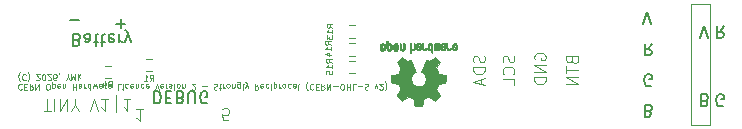
<source format=gbr>
%TF.GenerationSoftware,KiCad,Pcbnew,9.0.6*%
%TF.CreationDate,2026-01-30T22:56:41+01:00*%
%TF.ProjectId,fed_training_1,6665645f-7472-4616-996e-696e675f312e,rev?*%
%TF.SameCoordinates,Original*%
%TF.FileFunction,Legend,Bot*%
%TF.FilePolarity,Positive*%
%FSLAX46Y46*%
G04 Gerber Fmt 4.6, Leading zero omitted, Abs format (unit mm)*
G04 Created by KiCad (PCBNEW 9.0.6) date 2026-01-30 22:56:41*
%MOMM*%
%LPD*%
G01*
G04 APERTURE LIST*
%ADD10C,0.062500*%
%ADD11C,0.100000*%
%ADD12C,0.200000*%
%ADD13C,0.125000*%
%ADD14C,0.010000*%
%ADD15C,0.120000*%
G04 APERTURE END LIST*
D10*
X119063879Y-96421031D02*
X119040070Y-96397222D01*
X119040070Y-96397222D02*
X118968641Y-96373412D01*
X118968641Y-96373412D02*
X118921022Y-96373412D01*
X118921022Y-96373412D02*
X118849594Y-96397222D01*
X118849594Y-96397222D02*
X118801975Y-96444841D01*
X118801975Y-96444841D02*
X118778165Y-96492460D01*
X118778165Y-96492460D02*
X118754356Y-96587698D01*
X118754356Y-96587698D02*
X118754356Y-96659126D01*
X118754356Y-96659126D02*
X118778165Y-96754364D01*
X118778165Y-96754364D02*
X118801975Y-96801983D01*
X118801975Y-96801983D02*
X118849594Y-96849602D01*
X118849594Y-96849602D02*
X118921022Y-96873412D01*
X118921022Y-96873412D02*
X118968641Y-96873412D01*
X118968641Y-96873412D02*
X119040070Y-96849602D01*
X119040070Y-96849602D02*
X119063879Y-96825793D01*
X119278165Y-96635317D02*
X119444832Y-96635317D01*
X119516260Y-96373412D02*
X119278165Y-96373412D01*
X119278165Y-96373412D02*
X119278165Y-96873412D01*
X119278165Y-96873412D02*
X119516260Y-96873412D01*
X120016260Y-96373412D02*
X119849594Y-96611507D01*
X119730546Y-96373412D02*
X119730546Y-96873412D01*
X119730546Y-96873412D02*
X119921022Y-96873412D01*
X119921022Y-96873412D02*
X119968641Y-96849602D01*
X119968641Y-96849602D02*
X119992451Y-96825793D01*
X119992451Y-96825793D02*
X120016260Y-96778174D01*
X120016260Y-96778174D02*
X120016260Y-96706745D01*
X120016260Y-96706745D02*
X119992451Y-96659126D01*
X119992451Y-96659126D02*
X119968641Y-96635317D01*
X119968641Y-96635317D02*
X119921022Y-96611507D01*
X119921022Y-96611507D02*
X119730546Y-96611507D01*
X120230546Y-96373412D02*
X120230546Y-96873412D01*
X120230546Y-96873412D02*
X120516260Y-96373412D01*
X120516260Y-96373412D02*
X120516260Y-96873412D01*
X121230546Y-96873412D02*
X121325784Y-96873412D01*
X121325784Y-96873412D02*
X121373403Y-96849602D01*
X121373403Y-96849602D02*
X121421022Y-96801983D01*
X121421022Y-96801983D02*
X121444832Y-96706745D01*
X121444832Y-96706745D02*
X121444832Y-96540079D01*
X121444832Y-96540079D02*
X121421022Y-96444841D01*
X121421022Y-96444841D02*
X121373403Y-96397222D01*
X121373403Y-96397222D02*
X121325784Y-96373412D01*
X121325784Y-96373412D02*
X121230546Y-96373412D01*
X121230546Y-96373412D02*
X121182927Y-96397222D01*
X121182927Y-96397222D02*
X121135308Y-96444841D01*
X121135308Y-96444841D02*
X121111499Y-96540079D01*
X121111499Y-96540079D02*
X121111499Y-96706745D01*
X121111499Y-96706745D02*
X121135308Y-96801983D01*
X121135308Y-96801983D02*
X121182927Y-96849602D01*
X121182927Y-96849602D02*
X121230546Y-96873412D01*
X121659118Y-96706745D02*
X121659118Y-96206745D01*
X121659118Y-96682936D02*
X121706737Y-96706745D01*
X121706737Y-96706745D02*
X121801975Y-96706745D01*
X121801975Y-96706745D02*
X121849594Y-96682936D01*
X121849594Y-96682936D02*
X121873404Y-96659126D01*
X121873404Y-96659126D02*
X121897213Y-96611507D01*
X121897213Y-96611507D02*
X121897213Y-96468650D01*
X121897213Y-96468650D02*
X121873404Y-96421031D01*
X121873404Y-96421031D02*
X121849594Y-96397222D01*
X121849594Y-96397222D02*
X121801975Y-96373412D01*
X121801975Y-96373412D02*
X121706737Y-96373412D01*
X121706737Y-96373412D02*
X121659118Y-96397222D01*
X122301975Y-96397222D02*
X122254356Y-96373412D01*
X122254356Y-96373412D02*
X122159118Y-96373412D01*
X122159118Y-96373412D02*
X122111499Y-96397222D01*
X122111499Y-96397222D02*
X122087690Y-96444841D01*
X122087690Y-96444841D02*
X122087690Y-96635317D01*
X122087690Y-96635317D02*
X122111499Y-96682936D01*
X122111499Y-96682936D02*
X122159118Y-96706745D01*
X122159118Y-96706745D02*
X122254356Y-96706745D01*
X122254356Y-96706745D02*
X122301975Y-96682936D01*
X122301975Y-96682936D02*
X122325785Y-96635317D01*
X122325785Y-96635317D02*
X122325785Y-96587698D01*
X122325785Y-96587698D02*
X122087690Y-96540079D01*
X122540070Y-96706745D02*
X122540070Y-96373412D01*
X122540070Y-96659126D02*
X122563880Y-96682936D01*
X122563880Y-96682936D02*
X122611499Y-96706745D01*
X122611499Y-96706745D02*
X122682927Y-96706745D01*
X122682927Y-96706745D02*
X122730546Y-96682936D01*
X122730546Y-96682936D02*
X122754356Y-96635317D01*
X122754356Y-96635317D02*
X122754356Y-96373412D01*
X123373403Y-96373412D02*
X123373403Y-96873412D01*
X123373403Y-96635317D02*
X123659117Y-96635317D01*
X123659117Y-96373412D02*
X123659117Y-96873412D01*
X124111499Y-96373412D02*
X124111499Y-96635317D01*
X124111499Y-96635317D02*
X124087689Y-96682936D01*
X124087689Y-96682936D02*
X124040070Y-96706745D01*
X124040070Y-96706745D02*
X123944832Y-96706745D01*
X123944832Y-96706745D02*
X123897213Y-96682936D01*
X124111499Y-96397222D02*
X124063880Y-96373412D01*
X124063880Y-96373412D02*
X123944832Y-96373412D01*
X123944832Y-96373412D02*
X123897213Y-96397222D01*
X123897213Y-96397222D02*
X123873404Y-96444841D01*
X123873404Y-96444841D02*
X123873404Y-96492460D01*
X123873404Y-96492460D02*
X123897213Y-96540079D01*
X123897213Y-96540079D02*
X123944832Y-96563888D01*
X123944832Y-96563888D02*
X124063880Y-96563888D01*
X124063880Y-96563888D02*
X124111499Y-96587698D01*
X124349594Y-96373412D02*
X124349594Y-96706745D01*
X124349594Y-96611507D02*
X124373404Y-96659126D01*
X124373404Y-96659126D02*
X124397213Y-96682936D01*
X124397213Y-96682936D02*
X124444832Y-96706745D01*
X124444832Y-96706745D02*
X124492451Y-96706745D01*
X124873404Y-96373412D02*
X124873404Y-96873412D01*
X124873404Y-96397222D02*
X124825785Y-96373412D01*
X124825785Y-96373412D02*
X124730547Y-96373412D01*
X124730547Y-96373412D02*
X124682928Y-96397222D01*
X124682928Y-96397222D02*
X124659118Y-96421031D01*
X124659118Y-96421031D02*
X124635309Y-96468650D01*
X124635309Y-96468650D02*
X124635309Y-96611507D01*
X124635309Y-96611507D02*
X124659118Y-96659126D01*
X124659118Y-96659126D02*
X124682928Y-96682936D01*
X124682928Y-96682936D02*
X124730547Y-96706745D01*
X124730547Y-96706745D02*
X124825785Y-96706745D01*
X124825785Y-96706745D02*
X124873404Y-96682936D01*
X125063880Y-96706745D02*
X125159118Y-96373412D01*
X125159118Y-96373412D02*
X125254356Y-96611507D01*
X125254356Y-96611507D02*
X125349594Y-96373412D01*
X125349594Y-96373412D02*
X125444832Y-96706745D01*
X125849595Y-96373412D02*
X125849595Y-96635317D01*
X125849595Y-96635317D02*
X125825785Y-96682936D01*
X125825785Y-96682936D02*
X125778166Y-96706745D01*
X125778166Y-96706745D02*
X125682928Y-96706745D01*
X125682928Y-96706745D02*
X125635309Y-96682936D01*
X125849595Y-96397222D02*
X125801976Y-96373412D01*
X125801976Y-96373412D02*
X125682928Y-96373412D01*
X125682928Y-96373412D02*
X125635309Y-96397222D01*
X125635309Y-96397222D02*
X125611500Y-96444841D01*
X125611500Y-96444841D02*
X125611500Y-96492460D01*
X125611500Y-96492460D02*
X125635309Y-96540079D01*
X125635309Y-96540079D02*
X125682928Y-96563888D01*
X125682928Y-96563888D02*
X125801976Y-96563888D01*
X125801976Y-96563888D02*
X125849595Y-96587698D01*
X126087690Y-96373412D02*
X126087690Y-96706745D01*
X126087690Y-96611507D02*
X126111500Y-96659126D01*
X126111500Y-96659126D02*
X126135309Y-96682936D01*
X126135309Y-96682936D02*
X126182928Y-96706745D01*
X126182928Y-96706745D02*
X126230547Y-96706745D01*
X126587690Y-96397222D02*
X126540071Y-96373412D01*
X126540071Y-96373412D02*
X126444833Y-96373412D01*
X126444833Y-96373412D02*
X126397214Y-96397222D01*
X126397214Y-96397222D02*
X126373405Y-96444841D01*
X126373405Y-96444841D02*
X126373405Y-96635317D01*
X126373405Y-96635317D02*
X126397214Y-96682936D01*
X126397214Y-96682936D02*
X126444833Y-96706745D01*
X126444833Y-96706745D02*
X126540071Y-96706745D01*
X126540071Y-96706745D02*
X126587690Y-96682936D01*
X126587690Y-96682936D02*
X126611500Y-96635317D01*
X126611500Y-96635317D02*
X126611500Y-96587698D01*
X126611500Y-96587698D02*
X126373405Y-96540079D01*
X127444832Y-96373412D02*
X127206737Y-96373412D01*
X127206737Y-96373412D02*
X127206737Y-96873412D01*
X127611499Y-96373412D02*
X127611499Y-96706745D01*
X127611499Y-96873412D02*
X127587690Y-96849602D01*
X127587690Y-96849602D02*
X127611499Y-96825793D01*
X127611499Y-96825793D02*
X127635309Y-96849602D01*
X127635309Y-96849602D02*
X127611499Y-96873412D01*
X127611499Y-96873412D02*
X127611499Y-96825793D01*
X128063880Y-96397222D02*
X128016261Y-96373412D01*
X128016261Y-96373412D02*
X127921023Y-96373412D01*
X127921023Y-96373412D02*
X127873404Y-96397222D01*
X127873404Y-96397222D02*
X127849594Y-96421031D01*
X127849594Y-96421031D02*
X127825785Y-96468650D01*
X127825785Y-96468650D02*
X127825785Y-96611507D01*
X127825785Y-96611507D02*
X127849594Y-96659126D01*
X127849594Y-96659126D02*
X127873404Y-96682936D01*
X127873404Y-96682936D02*
X127921023Y-96706745D01*
X127921023Y-96706745D02*
X128016261Y-96706745D01*
X128016261Y-96706745D02*
X128063880Y-96682936D01*
X128468641Y-96397222D02*
X128421022Y-96373412D01*
X128421022Y-96373412D02*
X128325784Y-96373412D01*
X128325784Y-96373412D02*
X128278165Y-96397222D01*
X128278165Y-96397222D02*
X128254356Y-96444841D01*
X128254356Y-96444841D02*
X128254356Y-96635317D01*
X128254356Y-96635317D02*
X128278165Y-96682936D01*
X128278165Y-96682936D02*
X128325784Y-96706745D01*
X128325784Y-96706745D02*
X128421022Y-96706745D01*
X128421022Y-96706745D02*
X128468641Y-96682936D01*
X128468641Y-96682936D02*
X128492451Y-96635317D01*
X128492451Y-96635317D02*
X128492451Y-96587698D01*
X128492451Y-96587698D02*
X128254356Y-96540079D01*
X128706736Y-96706745D02*
X128706736Y-96373412D01*
X128706736Y-96659126D02*
X128730546Y-96682936D01*
X128730546Y-96682936D02*
X128778165Y-96706745D01*
X128778165Y-96706745D02*
X128849593Y-96706745D01*
X128849593Y-96706745D02*
X128897212Y-96682936D01*
X128897212Y-96682936D02*
X128921022Y-96635317D01*
X128921022Y-96635317D02*
X128921022Y-96373412D01*
X129373403Y-96397222D02*
X129325784Y-96373412D01*
X129325784Y-96373412D02*
X129230546Y-96373412D01*
X129230546Y-96373412D02*
X129182927Y-96397222D01*
X129182927Y-96397222D02*
X129159117Y-96421031D01*
X129159117Y-96421031D02*
X129135308Y-96468650D01*
X129135308Y-96468650D02*
X129135308Y-96611507D01*
X129135308Y-96611507D02*
X129159117Y-96659126D01*
X129159117Y-96659126D02*
X129182927Y-96682936D01*
X129182927Y-96682936D02*
X129230546Y-96706745D01*
X129230546Y-96706745D02*
X129325784Y-96706745D01*
X129325784Y-96706745D02*
X129373403Y-96682936D01*
X129778164Y-96397222D02*
X129730545Y-96373412D01*
X129730545Y-96373412D02*
X129635307Y-96373412D01*
X129635307Y-96373412D02*
X129587688Y-96397222D01*
X129587688Y-96397222D02*
X129563879Y-96444841D01*
X129563879Y-96444841D02*
X129563879Y-96635317D01*
X129563879Y-96635317D02*
X129587688Y-96682936D01*
X129587688Y-96682936D02*
X129635307Y-96706745D01*
X129635307Y-96706745D02*
X129730545Y-96706745D01*
X129730545Y-96706745D02*
X129778164Y-96682936D01*
X129778164Y-96682936D02*
X129801974Y-96635317D01*
X129801974Y-96635317D02*
X129801974Y-96587698D01*
X129801974Y-96587698D02*
X129563879Y-96540079D01*
X130325783Y-96873412D02*
X130492449Y-96373412D01*
X130492449Y-96373412D02*
X130659116Y-96873412D01*
X131016258Y-96397222D02*
X130968639Y-96373412D01*
X130968639Y-96373412D02*
X130873401Y-96373412D01*
X130873401Y-96373412D02*
X130825782Y-96397222D01*
X130825782Y-96397222D02*
X130801973Y-96444841D01*
X130801973Y-96444841D02*
X130801973Y-96635317D01*
X130801973Y-96635317D02*
X130825782Y-96682936D01*
X130825782Y-96682936D02*
X130873401Y-96706745D01*
X130873401Y-96706745D02*
X130968639Y-96706745D01*
X130968639Y-96706745D02*
X131016258Y-96682936D01*
X131016258Y-96682936D02*
X131040068Y-96635317D01*
X131040068Y-96635317D02*
X131040068Y-96587698D01*
X131040068Y-96587698D02*
X130801973Y-96540079D01*
X131254353Y-96373412D02*
X131254353Y-96706745D01*
X131254353Y-96611507D02*
X131278163Y-96659126D01*
X131278163Y-96659126D02*
X131301972Y-96682936D01*
X131301972Y-96682936D02*
X131349591Y-96706745D01*
X131349591Y-96706745D02*
X131397210Y-96706745D01*
X131540068Y-96397222D02*
X131587687Y-96373412D01*
X131587687Y-96373412D02*
X131682925Y-96373412D01*
X131682925Y-96373412D02*
X131730544Y-96397222D01*
X131730544Y-96397222D02*
X131754353Y-96444841D01*
X131754353Y-96444841D02*
X131754353Y-96468650D01*
X131754353Y-96468650D02*
X131730544Y-96516269D01*
X131730544Y-96516269D02*
X131682925Y-96540079D01*
X131682925Y-96540079D02*
X131611496Y-96540079D01*
X131611496Y-96540079D02*
X131563877Y-96563888D01*
X131563877Y-96563888D02*
X131540068Y-96611507D01*
X131540068Y-96611507D02*
X131540068Y-96635317D01*
X131540068Y-96635317D02*
X131563877Y-96682936D01*
X131563877Y-96682936D02*
X131611496Y-96706745D01*
X131611496Y-96706745D02*
X131682925Y-96706745D01*
X131682925Y-96706745D02*
X131730544Y-96682936D01*
X131968639Y-96373412D02*
X131968639Y-96706745D01*
X131968639Y-96873412D02*
X131944830Y-96849602D01*
X131944830Y-96849602D02*
X131968639Y-96825793D01*
X131968639Y-96825793D02*
X131992449Y-96849602D01*
X131992449Y-96849602D02*
X131968639Y-96873412D01*
X131968639Y-96873412D02*
X131968639Y-96825793D01*
X132278163Y-96373412D02*
X132230544Y-96397222D01*
X132230544Y-96397222D02*
X132206734Y-96421031D01*
X132206734Y-96421031D02*
X132182925Y-96468650D01*
X132182925Y-96468650D02*
X132182925Y-96611507D01*
X132182925Y-96611507D02*
X132206734Y-96659126D01*
X132206734Y-96659126D02*
X132230544Y-96682936D01*
X132230544Y-96682936D02*
X132278163Y-96706745D01*
X132278163Y-96706745D02*
X132349591Y-96706745D01*
X132349591Y-96706745D02*
X132397210Y-96682936D01*
X132397210Y-96682936D02*
X132421020Y-96659126D01*
X132421020Y-96659126D02*
X132444829Y-96611507D01*
X132444829Y-96611507D02*
X132444829Y-96468650D01*
X132444829Y-96468650D02*
X132421020Y-96421031D01*
X132421020Y-96421031D02*
X132397210Y-96397222D01*
X132397210Y-96397222D02*
X132349591Y-96373412D01*
X132349591Y-96373412D02*
X132278163Y-96373412D01*
X132659115Y-96706745D02*
X132659115Y-96373412D01*
X132659115Y-96659126D02*
X132682925Y-96682936D01*
X132682925Y-96682936D02*
X132730544Y-96706745D01*
X132730544Y-96706745D02*
X132801972Y-96706745D01*
X132801972Y-96706745D02*
X132849591Y-96682936D01*
X132849591Y-96682936D02*
X132873401Y-96635317D01*
X132873401Y-96635317D02*
X132873401Y-96373412D01*
X133468639Y-96825793D02*
X133492448Y-96849602D01*
X133492448Y-96849602D02*
X133540067Y-96873412D01*
X133540067Y-96873412D02*
X133659115Y-96873412D01*
X133659115Y-96873412D02*
X133706734Y-96849602D01*
X133706734Y-96849602D02*
X133730543Y-96825793D01*
X133730543Y-96825793D02*
X133754353Y-96778174D01*
X133754353Y-96778174D02*
X133754353Y-96730555D01*
X133754353Y-96730555D02*
X133730543Y-96659126D01*
X133730543Y-96659126D02*
X133444829Y-96373412D01*
X133444829Y-96373412D02*
X133754353Y-96373412D01*
X134349590Y-96563888D02*
X134730543Y-96563888D01*
X135325781Y-96397222D02*
X135397209Y-96373412D01*
X135397209Y-96373412D02*
X135516257Y-96373412D01*
X135516257Y-96373412D02*
X135563876Y-96397222D01*
X135563876Y-96397222D02*
X135587685Y-96421031D01*
X135587685Y-96421031D02*
X135611495Y-96468650D01*
X135611495Y-96468650D02*
X135611495Y-96516269D01*
X135611495Y-96516269D02*
X135587685Y-96563888D01*
X135587685Y-96563888D02*
X135563876Y-96587698D01*
X135563876Y-96587698D02*
X135516257Y-96611507D01*
X135516257Y-96611507D02*
X135421019Y-96635317D01*
X135421019Y-96635317D02*
X135373400Y-96659126D01*
X135373400Y-96659126D02*
X135349590Y-96682936D01*
X135349590Y-96682936D02*
X135325781Y-96730555D01*
X135325781Y-96730555D02*
X135325781Y-96778174D01*
X135325781Y-96778174D02*
X135349590Y-96825793D01*
X135349590Y-96825793D02*
X135373400Y-96849602D01*
X135373400Y-96849602D02*
X135421019Y-96873412D01*
X135421019Y-96873412D02*
X135540066Y-96873412D01*
X135540066Y-96873412D02*
X135611495Y-96849602D01*
X135754352Y-96706745D02*
X135944828Y-96706745D01*
X135825780Y-96873412D02*
X135825780Y-96444841D01*
X135825780Y-96444841D02*
X135849590Y-96397222D01*
X135849590Y-96397222D02*
X135897209Y-96373412D01*
X135897209Y-96373412D02*
X135944828Y-96373412D01*
X136111494Y-96373412D02*
X136111494Y-96706745D01*
X136111494Y-96611507D02*
X136135304Y-96659126D01*
X136135304Y-96659126D02*
X136159113Y-96682936D01*
X136159113Y-96682936D02*
X136206732Y-96706745D01*
X136206732Y-96706745D02*
X136254351Y-96706745D01*
X136492447Y-96373412D02*
X136444828Y-96397222D01*
X136444828Y-96397222D02*
X136421018Y-96421031D01*
X136421018Y-96421031D02*
X136397209Y-96468650D01*
X136397209Y-96468650D02*
X136397209Y-96611507D01*
X136397209Y-96611507D02*
X136421018Y-96659126D01*
X136421018Y-96659126D02*
X136444828Y-96682936D01*
X136444828Y-96682936D02*
X136492447Y-96706745D01*
X136492447Y-96706745D02*
X136563875Y-96706745D01*
X136563875Y-96706745D02*
X136611494Y-96682936D01*
X136611494Y-96682936D02*
X136635304Y-96659126D01*
X136635304Y-96659126D02*
X136659113Y-96611507D01*
X136659113Y-96611507D02*
X136659113Y-96468650D01*
X136659113Y-96468650D02*
X136635304Y-96421031D01*
X136635304Y-96421031D02*
X136611494Y-96397222D01*
X136611494Y-96397222D02*
X136563875Y-96373412D01*
X136563875Y-96373412D02*
X136492447Y-96373412D01*
X136873399Y-96706745D02*
X136873399Y-96373412D01*
X136873399Y-96659126D02*
X136897209Y-96682936D01*
X136897209Y-96682936D02*
X136944828Y-96706745D01*
X136944828Y-96706745D02*
X137016256Y-96706745D01*
X137016256Y-96706745D02*
X137063875Y-96682936D01*
X137063875Y-96682936D02*
X137087685Y-96635317D01*
X137087685Y-96635317D02*
X137087685Y-96373412D01*
X137540066Y-96706745D02*
X137540066Y-96301983D01*
X137540066Y-96301983D02*
X137516256Y-96254364D01*
X137516256Y-96254364D02*
X137492447Y-96230555D01*
X137492447Y-96230555D02*
X137444828Y-96206745D01*
X137444828Y-96206745D02*
X137373399Y-96206745D01*
X137373399Y-96206745D02*
X137325780Y-96230555D01*
X137540066Y-96397222D02*
X137492447Y-96373412D01*
X137492447Y-96373412D02*
X137397209Y-96373412D01*
X137397209Y-96373412D02*
X137349590Y-96397222D01*
X137349590Y-96397222D02*
X137325780Y-96421031D01*
X137325780Y-96421031D02*
X137301971Y-96468650D01*
X137301971Y-96468650D02*
X137301971Y-96611507D01*
X137301971Y-96611507D02*
X137325780Y-96659126D01*
X137325780Y-96659126D02*
X137349590Y-96682936D01*
X137349590Y-96682936D02*
X137397209Y-96706745D01*
X137397209Y-96706745D02*
X137492447Y-96706745D01*
X137492447Y-96706745D02*
X137540066Y-96682936D01*
X137849590Y-96373412D02*
X137801971Y-96397222D01*
X137801971Y-96397222D02*
X137778161Y-96444841D01*
X137778161Y-96444841D02*
X137778161Y-96873412D01*
X137992447Y-96706745D02*
X138111495Y-96373412D01*
X138230542Y-96706745D02*
X138111495Y-96373412D01*
X138111495Y-96373412D02*
X138063876Y-96254364D01*
X138063876Y-96254364D02*
X138040066Y-96230555D01*
X138040066Y-96230555D02*
X137992447Y-96206745D01*
X139087684Y-96373412D02*
X138921018Y-96611507D01*
X138801970Y-96373412D02*
X138801970Y-96873412D01*
X138801970Y-96873412D02*
X138992446Y-96873412D01*
X138992446Y-96873412D02*
X139040065Y-96849602D01*
X139040065Y-96849602D02*
X139063875Y-96825793D01*
X139063875Y-96825793D02*
X139087684Y-96778174D01*
X139087684Y-96778174D02*
X139087684Y-96706745D01*
X139087684Y-96706745D02*
X139063875Y-96659126D01*
X139063875Y-96659126D02*
X139040065Y-96635317D01*
X139040065Y-96635317D02*
X138992446Y-96611507D01*
X138992446Y-96611507D02*
X138801970Y-96611507D01*
X139492446Y-96397222D02*
X139444827Y-96373412D01*
X139444827Y-96373412D02*
X139349589Y-96373412D01*
X139349589Y-96373412D02*
X139301970Y-96397222D01*
X139301970Y-96397222D02*
X139278161Y-96444841D01*
X139278161Y-96444841D02*
X139278161Y-96635317D01*
X139278161Y-96635317D02*
X139301970Y-96682936D01*
X139301970Y-96682936D02*
X139349589Y-96706745D01*
X139349589Y-96706745D02*
X139444827Y-96706745D01*
X139444827Y-96706745D02*
X139492446Y-96682936D01*
X139492446Y-96682936D02*
X139516256Y-96635317D01*
X139516256Y-96635317D02*
X139516256Y-96587698D01*
X139516256Y-96587698D02*
X139278161Y-96540079D01*
X139944827Y-96397222D02*
X139897208Y-96373412D01*
X139897208Y-96373412D02*
X139801970Y-96373412D01*
X139801970Y-96373412D02*
X139754351Y-96397222D01*
X139754351Y-96397222D02*
X139730541Y-96421031D01*
X139730541Y-96421031D02*
X139706732Y-96468650D01*
X139706732Y-96468650D02*
X139706732Y-96611507D01*
X139706732Y-96611507D02*
X139730541Y-96659126D01*
X139730541Y-96659126D02*
X139754351Y-96682936D01*
X139754351Y-96682936D02*
X139801970Y-96706745D01*
X139801970Y-96706745D02*
X139897208Y-96706745D01*
X139897208Y-96706745D02*
X139944827Y-96682936D01*
X140159112Y-96373412D02*
X140159112Y-96706745D01*
X140159112Y-96873412D02*
X140135303Y-96849602D01*
X140135303Y-96849602D02*
X140159112Y-96825793D01*
X140159112Y-96825793D02*
X140182922Y-96849602D01*
X140182922Y-96849602D02*
X140159112Y-96873412D01*
X140159112Y-96873412D02*
X140159112Y-96825793D01*
X140397207Y-96706745D02*
X140397207Y-96206745D01*
X140397207Y-96682936D02*
X140444826Y-96706745D01*
X140444826Y-96706745D02*
X140540064Y-96706745D01*
X140540064Y-96706745D02*
X140587683Y-96682936D01*
X140587683Y-96682936D02*
X140611493Y-96659126D01*
X140611493Y-96659126D02*
X140635302Y-96611507D01*
X140635302Y-96611507D02*
X140635302Y-96468650D01*
X140635302Y-96468650D02*
X140611493Y-96421031D01*
X140611493Y-96421031D02*
X140587683Y-96397222D01*
X140587683Y-96397222D02*
X140540064Y-96373412D01*
X140540064Y-96373412D02*
X140444826Y-96373412D01*
X140444826Y-96373412D02*
X140397207Y-96397222D01*
X140849588Y-96373412D02*
X140849588Y-96706745D01*
X140849588Y-96611507D02*
X140873398Y-96659126D01*
X140873398Y-96659126D02*
X140897207Y-96682936D01*
X140897207Y-96682936D02*
X140944826Y-96706745D01*
X140944826Y-96706745D02*
X140992445Y-96706745D01*
X141230541Y-96373412D02*
X141182922Y-96397222D01*
X141182922Y-96397222D02*
X141159112Y-96421031D01*
X141159112Y-96421031D02*
X141135303Y-96468650D01*
X141135303Y-96468650D02*
X141135303Y-96611507D01*
X141135303Y-96611507D02*
X141159112Y-96659126D01*
X141159112Y-96659126D02*
X141182922Y-96682936D01*
X141182922Y-96682936D02*
X141230541Y-96706745D01*
X141230541Y-96706745D02*
X141301969Y-96706745D01*
X141301969Y-96706745D02*
X141349588Y-96682936D01*
X141349588Y-96682936D02*
X141373398Y-96659126D01*
X141373398Y-96659126D02*
X141397207Y-96611507D01*
X141397207Y-96611507D02*
X141397207Y-96468650D01*
X141397207Y-96468650D02*
X141373398Y-96421031D01*
X141373398Y-96421031D02*
X141349588Y-96397222D01*
X141349588Y-96397222D02*
X141301969Y-96373412D01*
X141301969Y-96373412D02*
X141230541Y-96373412D01*
X141825779Y-96397222D02*
X141778160Y-96373412D01*
X141778160Y-96373412D02*
X141682922Y-96373412D01*
X141682922Y-96373412D02*
X141635303Y-96397222D01*
X141635303Y-96397222D02*
X141611493Y-96421031D01*
X141611493Y-96421031D02*
X141587684Y-96468650D01*
X141587684Y-96468650D02*
X141587684Y-96611507D01*
X141587684Y-96611507D02*
X141611493Y-96659126D01*
X141611493Y-96659126D02*
X141635303Y-96682936D01*
X141635303Y-96682936D02*
X141682922Y-96706745D01*
X141682922Y-96706745D02*
X141778160Y-96706745D01*
X141778160Y-96706745D02*
X141825779Y-96682936D01*
X142254350Y-96373412D02*
X142254350Y-96635317D01*
X142254350Y-96635317D02*
X142230540Y-96682936D01*
X142230540Y-96682936D02*
X142182921Y-96706745D01*
X142182921Y-96706745D02*
X142087683Y-96706745D01*
X142087683Y-96706745D02*
X142040064Y-96682936D01*
X142254350Y-96397222D02*
X142206731Y-96373412D01*
X142206731Y-96373412D02*
X142087683Y-96373412D01*
X142087683Y-96373412D02*
X142040064Y-96397222D01*
X142040064Y-96397222D02*
X142016255Y-96444841D01*
X142016255Y-96444841D02*
X142016255Y-96492460D01*
X142016255Y-96492460D02*
X142040064Y-96540079D01*
X142040064Y-96540079D02*
X142087683Y-96563888D01*
X142087683Y-96563888D02*
X142206731Y-96563888D01*
X142206731Y-96563888D02*
X142254350Y-96587698D01*
X142563874Y-96373412D02*
X142516255Y-96397222D01*
X142516255Y-96397222D02*
X142492445Y-96444841D01*
X142492445Y-96444841D02*
X142492445Y-96873412D01*
X143278159Y-96182936D02*
X143254350Y-96206745D01*
X143254350Y-96206745D02*
X143206731Y-96278174D01*
X143206731Y-96278174D02*
X143182921Y-96325793D01*
X143182921Y-96325793D02*
X143159112Y-96397222D01*
X143159112Y-96397222D02*
X143135302Y-96516269D01*
X143135302Y-96516269D02*
X143135302Y-96611507D01*
X143135302Y-96611507D02*
X143159112Y-96730555D01*
X143159112Y-96730555D02*
X143182921Y-96801983D01*
X143182921Y-96801983D02*
X143206731Y-96849602D01*
X143206731Y-96849602D02*
X143254350Y-96921031D01*
X143254350Y-96921031D02*
X143278159Y-96944841D01*
X143754349Y-96421031D02*
X143730540Y-96397222D01*
X143730540Y-96397222D02*
X143659111Y-96373412D01*
X143659111Y-96373412D02*
X143611492Y-96373412D01*
X143611492Y-96373412D02*
X143540064Y-96397222D01*
X143540064Y-96397222D02*
X143492445Y-96444841D01*
X143492445Y-96444841D02*
X143468635Y-96492460D01*
X143468635Y-96492460D02*
X143444826Y-96587698D01*
X143444826Y-96587698D02*
X143444826Y-96659126D01*
X143444826Y-96659126D02*
X143468635Y-96754364D01*
X143468635Y-96754364D02*
X143492445Y-96801983D01*
X143492445Y-96801983D02*
X143540064Y-96849602D01*
X143540064Y-96849602D02*
X143611492Y-96873412D01*
X143611492Y-96873412D02*
X143659111Y-96873412D01*
X143659111Y-96873412D02*
X143730540Y-96849602D01*
X143730540Y-96849602D02*
X143754349Y-96825793D01*
X143968635Y-96635317D02*
X144135302Y-96635317D01*
X144206730Y-96373412D02*
X143968635Y-96373412D01*
X143968635Y-96373412D02*
X143968635Y-96873412D01*
X143968635Y-96873412D02*
X144206730Y-96873412D01*
X144706730Y-96373412D02*
X144540064Y-96611507D01*
X144421016Y-96373412D02*
X144421016Y-96873412D01*
X144421016Y-96873412D02*
X144611492Y-96873412D01*
X144611492Y-96873412D02*
X144659111Y-96849602D01*
X144659111Y-96849602D02*
X144682921Y-96825793D01*
X144682921Y-96825793D02*
X144706730Y-96778174D01*
X144706730Y-96778174D02*
X144706730Y-96706745D01*
X144706730Y-96706745D02*
X144682921Y-96659126D01*
X144682921Y-96659126D02*
X144659111Y-96635317D01*
X144659111Y-96635317D02*
X144611492Y-96611507D01*
X144611492Y-96611507D02*
X144421016Y-96611507D01*
X144921016Y-96373412D02*
X144921016Y-96873412D01*
X144921016Y-96873412D02*
X145206730Y-96373412D01*
X145206730Y-96373412D02*
X145206730Y-96873412D01*
X145444826Y-96563888D02*
X145825779Y-96563888D01*
X146159112Y-96873412D02*
X146254350Y-96873412D01*
X146254350Y-96873412D02*
X146301969Y-96849602D01*
X146301969Y-96849602D02*
X146349588Y-96801983D01*
X146349588Y-96801983D02*
X146373398Y-96706745D01*
X146373398Y-96706745D02*
X146373398Y-96540079D01*
X146373398Y-96540079D02*
X146349588Y-96444841D01*
X146349588Y-96444841D02*
X146301969Y-96397222D01*
X146301969Y-96397222D02*
X146254350Y-96373412D01*
X146254350Y-96373412D02*
X146159112Y-96373412D01*
X146159112Y-96373412D02*
X146111493Y-96397222D01*
X146111493Y-96397222D02*
X146063874Y-96444841D01*
X146063874Y-96444841D02*
X146040065Y-96540079D01*
X146040065Y-96540079D02*
X146040065Y-96706745D01*
X146040065Y-96706745D02*
X146063874Y-96801983D01*
X146063874Y-96801983D02*
X146111493Y-96849602D01*
X146111493Y-96849602D02*
X146159112Y-96873412D01*
X146587684Y-96373412D02*
X146587684Y-96873412D01*
X146587684Y-96635317D02*
X146873398Y-96635317D01*
X146873398Y-96373412D02*
X146873398Y-96873412D01*
X147349589Y-96373412D02*
X147111494Y-96373412D01*
X147111494Y-96373412D02*
X147111494Y-96873412D01*
X147516256Y-96563888D02*
X147897209Y-96563888D01*
X148111495Y-96397222D02*
X148182923Y-96373412D01*
X148182923Y-96373412D02*
X148301971Y-96373412D01*
X148301971Y-96373412D02*
X148349590Y-96397222D01*
X148349590Y-96397222D02*
X148373399Y-96421031D01*
X148373399Y-96421031D02*
X148397209Y-96468650D01*
X148397209Y-96468650D02*
X148397209Y-96516269D01*
X148397209Y-96516269D02*
X148373399Y-96563888D01*
X148373399Y-96563888D02*
X148349590Y-96587698D01*
X148349590Y-96587698D02*
X148301971Y-96611507D01*
X148301971Y-96611507D02*
X148206733Y-96635317D01*
X148206733Y-96635317D02*
X148159114Y-96659126D01*
X148159114Y-96659126D02*
X148135304Y-96682936D01*
X148135304Y-96682936D02*
X148111495Y-96730555D01*
X148111495Y-96730555D02*
X148111495Y-96778174D01*
X148111495Y-96778174D02*
X148135304Y-96825793D01*
X148135304Y-96825793D02*
X148159114Y-96849602D01*
X148159114Y-96849602D02*
X148206733Y-96873412D01*
X148206733Y-96873412D02*
X148325780Y-96873412D01*
X148325780Y-96873412D02*
X148397209Y-96849602D01*
X148944827Y-96706745D02*
X149063875Y-96373412D01*
X149063875Y-96373412D02*
X149182922Y-96706745D01*
X149349589Y-96825793D02*
X149373398Y-96849602D01*
X149373398Y-96849602D02*
X149421017Y-96873412D01*
X149421017Y-96873412D02*
X149540065Y-96873412D01*
X149540065Y-96873412D02*
X149587684Y-96849602D01*
X149587684Y-96849602D02*
X149611493Y-96825793D01*
X149611493Y-96825793D02*
X149635303Y-96778174D01*
X149635303Y-96778174D02*
X149635303Y-96730555D01*
X149635303Y-96730555D02*
X149611493Y-96659126D01*
X149611493Y-96659126D02*
X149325779Y-96373412D01*
X149325779Y-96373412D02*
X149635303Y-96373412D01*
X149801969Y-96182936D02*
X149825779Y-96206745D01*
X149825779Y-96206745D02*
X149873398Y-96278174D01*
X149873398Y-96278174D02*
X149897207Y-96325793D01*
X149897207Y-96325793D02*
X149921017Y-96397222D01*
X149921017Y-96397222D02*
X149944826Y-96516269D01*
X149944826Y-96516269D02*
X149944826Y-96611507D01*
X149944826Y-96611507D02*
X149921017Y-96730555D01*
X149921017Y-96730555D02*
X149897207Y-96801983D01*
X149897207Y-96801983D02*
X149873398Y-96849602D01*
X149873398Y-96849602D02*
X149825779Y-96921031D01*
X149825779Y-96921031D02*
X149801969Y-96944841D01*
X118921022Y-95377964D02*
X118897213Y-95401773D01*
X118897213Y-95401773D02*
X118849594Y-95473202D01*
X118849594Y-95473202D02*
X118825784Y-95520821D01*
X118825784Y-95520821D02*
X118801975Y-95592250D01*
X118801975Y-95592250D02*
X118778165Y-95711297D01*
X118778165Y-95711297D02*
X118778165Y-95806535D01*
X118778165Y-95806535D02*
X118801975Y-95925583D01*
X118801975Y-95925583D02*
X118825784Y-95997011D01*
X118825784Y-95997011D02*
X118849594Y-96044630D01*
X118849594Y-96044630D02*
X118897213Y-96116059D01*
X118897213Y-96116059D02*
X118921022Y-96139869D01*
X119397212Y-95616059D02*
X119373403Y-95592250D01*
X119373403Y-95592250D02*
X119301974Y-95568440D01*
X119301974Y-95568440D02*
X119254355Y-95568440D01*
X119254355Y-95568440D02*
X119182927Y-95592250D01*
X119182927Y-95592250D02*
X119135308Y-95639869D01*
X119135308Y-95639869D02*
X119111498Y-95687488D01*
X119111498Y-95687488D02*
X119087689Y-95782726D01*
X119087689Y-95782726D02*
X119087689Y-95854154D01*
X119087689Y-95854154D02*
X119111498Y-95949392D01*
X119111498Y-95949392D02*
X119135308Y-95997011D01*
X119135308Y-95997011D02*
X119182927Y-96044630D01*
X119182927Y-96044630D02*
X119254355Y-96068440D01*
X119254355Y-96068440D02*
X119301974Y-96068440D01*
X119301974Y-96068440D02*
X119373403Y-96044630D01*
X119373403Y-96044630D02*
X119397212Y-96020821D01*
X119563879Y-95377964D02*
X119587689Y-95401773D01*
X119587689Y-95401773D02*
X119635308Y-95473202D01*
X119635308Y-95473202D02*
X119659117Y-95520821D01*
X119659117Y-95520821D02*
X119682927Y-95592250D01*
X119682927Y-95592250D02*
X119706736Y-95711297D01*
X119706736Y-95711297D02*
X119706736Y-95806535D01*
X119706736Y-95806535D02*
X119682927Y-95925583D01*
X119682927Y-95925583D02*
X119659117Y-95997011D01*
X119659117Y-95997011D02*
X119635308Y-96044630D01*
X119635308Y-96044630D02*
X119587689Y-96116059D01*
X119587689Y-96116059D02*
X119563879Y-96139869D01*
X120301974Y-96020821D02*
X120325783Y-96044630D01*
X120325783Y-96044630D02*
X120373402Y-96068440D01*
X120373402Y-96068440D02*
X120492450Y-96068440D01*
X120492450Y-96068440D02*
X120540069Y-96044630D01*
X120540069Y-96044630D02*
X120563878Y-96020821D01*
X120563878Y-96020821D02*
X120587688Y-95973202D01*
X120587688Y-95973202D02*
X120587688Y-95925583D01*
X120587688Y-95925583D02*
X120563878Y-95854154D01*
X120563878Y-95854154D02*
X120278164Y-95568440D01*
X120278164Y-95568440D02*
X120587688Y-95568440D01*
X120897211Y-96068440D02*
X120944830Y-96068440D01*
X120944830Y-96068440D02*
X120992449Y-96044630D01*
X120992449Y-96044630D02*
X121016259Y-96020821D01*
X121016259Y-96020821D02*
X121040068Y-95973202D01*
X121040068Y-95973202D02*
X121063878Y-95877964D01*
X121063878Y-95877964D02*
X121063878Y-95758916D01*
X121063878Y-95758916D02*
X121040068Y-95663678D01*
X121040068Y-95663678D02*
X121016259Y-95616059D01*
X121016259Y-95616059D02*
X120992449Y-95592250D01*
X120992449Y-95592250D02*
X120944830Y-95568440D01*
X120944830Y-95568440D02*
X120897211Y-95568440D01*
X120897211Y-95568440D02*
X120849592Y-95592250D01*
X120849592Y-95592250D02*
X120825783Y-95616059D01*
X120825783Y-95616059D02*
X120801973Y-95663678D01*
X120801973Y-95663678D02*
X120778164Y-95758916D01*
X120778164Y-95758916D02*
X120778164Y-95877964D01*
X120778164Y-95877964D02*
X120801973Y-95973202D01*
X120801973Y-95973202D02*
X120825783Y-96020821D01*
X120825783Y-96020821D02*
X120849592Y-96044630D01*
X120849592Y-96044630D02*
X120897211Y-96068440D01*
X121254354Y-96020821D02*
X121278163Y-96044630D01*
X121278163Y-96044630D02*
X121325782Y-96068440D01*
X121325782Y-96068440D02*
X121444830Y-96068440D01*
X121444830Y-96068440D02*
X121492449Y-96044630D01*
X121492449Y-96044630D02*
X121516258Y-96020821D01*
X121516258Y-96020821D02*
X121540068Y-95973202D01*
X121540068Y-95973202D02*
X121540068Y-95925583D01*
X121540068Y-95925583D02*
X121516258Y-95854154D01*
X121516258Y-95854154D02*
X121230544Y-95568440D01*
X121230544Y-95568440D02*
X121540068Y-95568440D01*
X121968639Y-96068440D02*
X121873401Y-96068440D01*
X121873401Y-96068440D02*
X121825782Y-96044630D01*
X121825782Y-96044630D02*
X121801972Y-96020821D01*
X121801972Y-96020821D02*
X121754353Y-95949392D01*
X121754353Y-95949392D02*
X121730544Y-95854154D01*
X121730544Y-95854154D02*
X121730544Y-95663678D01*
X121730544Y-95663678D02*
X121754353Y-95616059D01*
X121754353Y-95616059D02*
X121778163Y-95592250D01*
X121778163Y-95592250D02*
X121825782Y-95568440D01*
X121825782Y-95568440D02*
X121921020Y-95568440D01*
X121921020Y-95568440D02*
X121968639Y-95592250D01*
X121968639Y-95592250D02*
X121992448Y-95616059D01*
X121992448Y-95616059D02*
X122016258Y-95663678D01*
X122016258Y-95663678D02*
X122016258Y-95782726D01*
X122016258Y-95782726D02*
X121992448Y-95830345D01*
X121992448Y-95830345D02*
X121968639Y-95854154D01*
X121968639Y-95854154D02*
X121921020Y-95877964D01*
X121921020Y-95877964D02*
X121825782Y-95877964D01*
X121825782Y-95877964D02*
X121778163Y-95854154D01*
X121778163Y-95854154D02*
X121754353Y-95830345D01*
X121754353Y-95830345D02*
X121730544Y-95782726D01*
X122254353Y-95592250D02*
X122254353Y-95568440D01*
X122254353Y-95568440D02*
X122230543Y-95520821D01*
X122230543Y-95520821D02*
X122206734Y-95497011D01*
X122944828Y-95806535D02*
X122944828Y-95568440D01*
X122778162Y-96068440D02*
X122944828Y-95806535D01*
X122944828Y-95806535D02*
X123111495Y-96068440D01*
X123278161Y-95568440D02*
X123278161Y-96068440D01*
X123278161Y-96068440D02*
X123444828Y-95711297D01*
X123444828Y-95711297D02*
X123611494Y-96068440D01*
X123611494Y-96068440D02*
X123611494Y-95568440D01*
X123849590Y-95568440D02*
X123849590Y-96068440D01*
X123897209Y-95758916D02*
X124040066Y-95568440D01*
X124040066Y-95901773D02*
X123849590Y-95711297D01*
D11*
X175700000Y-89600000D02*
X177300000Y-89600000D01*
X177300000Y-99900000D01*
X175700000Y-99900000D01*
X175700000Y-89600000D01*
D12*
X130269673Y-97032780D02*
X130269673Y-98032780D01*
X130269673Y-98032780D02*
X130507768Y-98032780D01*
X130507768Y-98032780D02*
X130650625Y-97985161D01*
X130650625Y-97985161D02*
X130745863Y-97889923D01*
X130745863Y-97889923D02*
X130793482Y-97794685D01*
X130793482Y-97794685D02*
X130841101Y-97604209D01*
X130841101Y-97604209D02*
X130841101Y-97461352D01*
X130841101Y-97461352D02*
X130793482Y-97270876D01*
X130793482Y-97270876D02*
X130745863Y-97175638D01*
X130745863Y-97175638D02*
X130650625Y-97080400D01*
X130650625Y-97080400D02*
X130507768Y-97032780D01*
X130507768Y-97032780D02*
X130269673Y-97032780D01*
X131269673Y-97556590D02*
X131603006Y-97556590D01*
X131745863Y-97032780D02*
X131269673Y-97032780D01*
X131269673Y-97032780D02*
X131269673Y-98032780D01*
X131269673Y-98032780D02*
X131745863Y-98032780D01*
X132507768Y-97556590D02*
X132650625Y-97508971D01*
X132650625Y-97508971D02*
X132698244Y-97461352D01*
X132698244Y-97461352D02*
X132745863Y-97366114D01*
X132745863Y-97366114D02*
X132745863Y-97223257D01*
X132745863Y-97223257D02*
X132698244Y-97128019D01*
X132698244Y-97128019D02*
X132650625Y-97080400D01*
X132650625Y-97080400D02*
X132555387Y-97032780D01*
X132555387Y-97032780D02*
X132174435Y-97032780D01*
X132174435Y-97032780D02*
X132174435Y-98032780D01*
X132174435Y-98032780D02*
X132507768Y-98032780D01*
X132507768Y-98032780D02*
X132603006Y-97985161D01*
X132603006Y-97985161D02*
X132650625Y-97937542D01*
X132650625Y-97937542D02*
X132698244Y-97842304D01*
X132698244Y-97842304D02*
X132698244Y-97747066D01*
X132698244Y-97747066D02*
X132650625Y-97651828D01*
X132650625Y-97651828D02*
X132603006Y-97604209D01*
X132603006Y-97604209D02*
X132507768Y-97556590D01*
X132507768Y-97556590D02*
X132174435Y-97556590D01*
X133174435Y-98032780D02*
X133174435Y-97223257D01*
X133174435Y-97223257D02*
X133222054Y-97128019D01*
X133222054Y-97128019D02*
X133269673Y-97080400D01*
X133269673Y-97080400D02*
X133364911Y-97032780D01*
X133364911Y-97032780D02*
X133555387Y-97032780D01*
X133555387Y-97032780D02*
X133650625Y-97080400D01*
X133650625Y-97080400D02*
X133698244Y-97128019D01*
X133698244Y-97128019D02*
X133745863Y-97223257D01*
X133745863Y-97223257D02*
X133745863Y-98032780D01*
X134745863Y-97985161D02*
X134650625Y-98032780D01*
X134650625Y-98032780D02*
X134507768Y-98032780D01*
X134507768Y-98032780D02*
X134364911Y-97985161D01*
X134364911Y-97985161D02*
X134269673Y-97889923D01*
X134269673Y-97889923D02*
X134222054Y-97794685D01*
X134222054Y-97794685D02*
X134174435Y-97604209D01*
X134174435Y-97604209D02*
X134174435Y-97461352D01*
X134174435Y-97461352D02*
X134222054Y-97270876D01*
X134222054Y-97270876D02*
X134269673Y-97175638D01*
X134269673Y-97175638D02*
X134364911Y-97080400D01*
X134364911Y-97080400D02*
X134507768Y-97032780D01*
X134507768Y-97032780D02*
X134603006Y-97032780D01*
X134603006Y-97032780D02*
X134745863Y-97080400D01*
X134745863Y-97080400D02*
X134793482Y-97128019D01*
X134793482Y-97128019D02*
X134793482Y-97461352D01*
X134793482Y-97461352D02*
X134603006Y-97461352D01*
D13*
X165647309Y-94379664D02*
X165694928Y-94522521D01*
X165694928Y-94522521D02*
X165742547Y-94570140D01*
X165742547Y-94570140D02*
X165837785Y-94617759D01*
X165837785Y-94617759D02*
X165980642Y-94617759D01*
X165980642Y-94617759D02*
X166075880Y-94570140D01*
X166075880Y-94570140D02*
X166123500Y-94522521D01*
X166123500Y-94522521D02*
X166171119Y-94427283D01*
X166171119Y-94427283D02*
X166171119Y-94046331D01*
X166171119Y-94046331D02*
X165171119Y-94046331D01*
X165171119Y-94046331D02*
X165171119Y-94379664D01*
X165171119Y-94379664D02*
X165218738Y-94474902D01*
X165218738Y-94474902D02*
X165266357Y-94522521D01*
X165266357Y-94522521D02*
X165361595Y-94570140D01*
X165361595Y-94570140D02*
X165456833Y-94570140D01*
X165456833Y-94570140D02*
X165552071Y-94522521D01*
X165552071Y-94522521D02*
X165599690Y-94474902D01*
X165599690Y-94474902D02*
X165647309Y-94379664D01*
X165647309Y-94379664D02*
X165647309Y-94046331D01*
X165171119Y-94903474D02*
X165171119Y-95474902D01*
X166171119Y-95189188D02*
X165171119Y-95189188D01*
X166171119Y-95808236D02*
X165171119Y-95808236D01*
X165171119Y-95808236D02*
X166171119Y-96379664D01*
X166171119Y-96379664D02*
X165171119Y-96379664D01*
D12*
X123942966Y-90991651D02*
X123181062Y-90991651D01*
X172343482Y-96533983D02*
X172248244Y-96581602D01*
X172248244Y-96581602D02*
X172105387Y-96581602D01*
X172105387Y-96581602D02*
X171962530Y-96533983D01*
X171962530Y-96533983D02*
X171867292Y-96438745D01*
X171867292Y-96438745D02*
X171819673Y-96343507D01*
X171819673Y-96343507D02*
X171772054Y-96153031D01*
X171772054Y-96153031D02*
X171772054Y-96010174D01*
X171772054Y-96010174D02*
X171819673Y-95819698D01*
X171819673Y-95819698D02*
X171867292Y-95724460D01*
X171867292Y-95724460D02*
X171962530Y-95629222D01*
X171962530Y-95629222D02*
X172105387Y-95581602D01*
X172105387Y-95581602D02*
X172200625Y-95581602D01*
X172200625Y-95581602D02*
X172343482Y-95629222D01*
X172343482Y-95629222D02*
X172391101Y-95676841D01*
X172391101Y-95676841D02*
X172391101Y-96010174D01*
X172391101Y-96010174D02*
X172200625Y-96010174D01*
D11*
X120934401Y-98663580D02*
X121505829Y-98663580D01*
X121220115Y-97663580D02*
X121220115Y-98663580D01*
X121839163Y-97663580D02*
X121839163Y-98663580D01*
X122315353Y-97663580D02*
X122315353Y-98663580D01*
X122315353Y-98663580D02*
X122886781Y-97663580D01*
X122886781Y-97663580D02*
X122886781Y-98663580D01*
X123553448Y-98139771D02*
X123553448Y-97663580D01*
X123220115Y-98663580D02*
X123553448Y-98139771D01*
X123553448Y-98139771D02*
X123886781Y-98663580D01*
X124839163Y-98663580D02*
X125172496Y-97663580D01*
X125172496Y-97663580D02*
X125505829Y-98663580D01*
X126362972Y-97663580D02*
X125791544Y-97663580D01*
X126077258Y-97663580D02*
X126077258Y-98663580D01*
X126077258Y-98663580D02*
X125982020Y-98520723D01*
X125982020Y-98520723D02*
X125886782Y-98425485D01*
X125886782Y-98425485D02*
X125791544Y-98377866D01*
X127029639Y-97330247D02*
X127029639Y-98758819D01*
X128267734Y-97663580D02*
X127696306Y-97663580D01*
X127982020Y-97663580D02*
X127982020Y-98663580D01*
X127982020Y-98663580D02*
X127886782Y-98520723D01*
X127886782Y-98520723D02*
X127791544Y-98425485D01*
X127791544Y-98425485D02*
X127696306Y-98377866D01*
D13*
X160723500Y-93998712D02*
X160771119Y-94141569D01*
X160771119Y-94141569D02*
X160771119Y-94379664D01*
X160771119Y-94379664D02*
X160723500Y-94474902D01*
X160723500Y-94474902D02*
X160675880Y-94522521D01*
X160675880Y-94522521D02*
X160580642Y-94570140D01*
X160580642Y-94570140D02*
X160485404Y-94570140D01*
X160485404Y-94570140D02*
X160390166Y-94522521D01*
X160390166Y-94522521D02*
X160342547Y-94474902D01*
X160342547Y-94474902D02*
X160294928Y-94379664D01*
X160294928Y-94379664D02*
X160247309Y-94189188D01*
X160247309Y-94189188D02*
X160199690Y-94093950D01*
X160199690Y-94093950D02*
X160152071Y-94046331D01*
X160152071Y-94046331D02*
X160056833Y-93998712D01*
X160056833Y-93998712D02*
X159961595Y-93998712D01*
X159961595Y-93998712D02*
X159866357Y-94046331D01*
X159866357Y-94046331D02*
X159818738Y-94093950D01*
X159818738Y-94093950D02*
X159771119Y-94189188D01*
X159771119Y-94189188D02*
X159771119Y-94427283D01*
X159771119Y-94427283D02*
X159818738Y-94570140D01*
X160675880Y-95570140D02*
X160723500Y-95522521D01*
X160723500Y-95522521D02*
X160771119Y-95379664D01*
X160771119Y-95379664D02*
X160771119Y-95284426D01*
X160771119Y-95284426D02*
X160723500Y-95141569D01*
X160723500Y-95141569D02*
X160628261Y-95046331D01*
X160628261Y-95046331D02*
X160533023Y-94998712D01*
X160533023Y-94998712D02*
X160342547Y-94951093D01*
X160342547Y-94951093D02*
X160199690Y-94951093D01*
X160199690Y-94951093D02*
X160009214Y-94998712D01*
X160009214Y-94998712D02*
X159913976Y-95046331D01*
X159913976Y-95046331D02*
X159818738Y-95141569D01*
X159818738Y-95141569D02*
X159771119Y-95284426D01*
X159771119Y-95284426D02*
X159771119Y-95379664D01*
X159771119Y-95379664D02*
X159818738Y-95522521D01*
X159818738Y-95522521D02*
X159866357Y-95570140D01*
X160771119Y-96474902D02*
X160771119Y-95998712D01*
X160771119Y-95998712D02*
X159771119Y-95998712D01*
D12*
X127830326Y-91286266D02*
X127068422Y-91286266D01*
X127449374Y-91667219D02*
X127449374Y-90905314D01*
X178487101Y-91482780D02*
X178153768Y-91958971D01*
X177915673Y-91482780D02*
X177915673Y-92482780D01*
X177915673Y-92482780D02*
X178296625Y-92482780D01*
X178296625Y-92482780D02*
X178391863Y-92435161D01*
X178391863Y-92435161D02*
X178439482Y-92387542D01*
X178439482Y-92387542D02*
X178487101Y-92292304D01*
X178487101Y-92292304D02*
X178487101Y-92149447D01*
X178487101Y-92149447D02*
X178439482Y-92054209D01*
X178439482Y-92054209D02*
X178391863Y-92006590D01*
X178391863Y-92006590D02*
X178296625Y-91958971D01*
X178296625Y-91958971D02*
X177915673Y-91958971D01*
D13*
X162494738Y-94316140D02*
X162447119Y-94220902D01*
X162447119Y-94220902D02*
X162447119Y-94078045D01*
X162447119Y-94078045D02*
X162494738Y-93935188D01*
X162494738Y-93935188D02*
X162589976Y-93839950D01*
X162589976Y-93839950D02*
X162685214Y-93792331D01*
X162685214Y-93792331D02*
X162875690Y-93744712D01*
X162875690Y-93744712D02*
X163018547Y-93744712D01*
X163018547Y-93744712D02*
X163209023Y-93792331D01*
X163209023Y-93792331D02*
X163304261Y-93839950D01*
X163304261Y-93839950D02*
X163399500Y-93935188D01*
X163399500Y-93935188D02*
X163447119Y-94078045D01*
X163447119Y-94078045D02*
X163447119Y-94173283D01*
X163447119Y-94173283D02*
X163399500Y-94316140D01*
X163399500Y-94316140D02*
X163351880Y-94363759D01*
X163351880Y-94363759D02*
X163018547Y-94363759D01*
X163018547Y-94363759D02*
X163018547Y-94173283D01*
X163447119Y-94792331D02*
X162447119Y-94792331D01*
X162447119Y-94792331D02*
X163447119Y-95363759D01*
X163447119Y-95363759D02*
X162447119Y-95363759D01*
X163447119Y-95839950D02*
X162447119Y-95839950D01*
X162447119Y-95839950D02*
X162447119Y-96078045D01*
X162447119Y-96078045D02*
X162494738Y-96220902D01*
X162494738Y-96220902D02*
X162589976Y-96316140D01*
X162589976Y-96316140D02*
X162685214Y-96363759D01*
X162685214Y-96363759D02*
X162875690Y-96411378D01*
X162875690Y-96411378D02*
X163018547Y-96411378D01*
X163018547Y-96411378D02*
X163209023Y-96363759D01*
X163209023Y-96363759D02*
X163304261Y-96316140D01*
X163304261Y-96316140D02*
X163399500Y-96220902D01*
X163399500Y-96220902D02*
X163447119Y-96078045D01*
X163447119Y-96078045D02*
X163447119Y-95839950D01*
D12*
X171676816Y-91302780D02*
X172010149Y-90302780D01*
X172010149Y-90302780D02*
X172343482Y-91302780D01*
X172391101Y-92982780D02*
X172057768Y-93458971D01*
X171819673Y-92982780D02*
X171819673Y-93982780D01*
X171819673Y-93982780D02*
X172200625Y-93982780D01*
X172200625Y-93982780D02*
X172295863Y-93935161D01*
X172295863Y-93935161D02*
X172343482Y-93887542D01*
X172343482Y-93887542D02*
X172391101Y-93792304D01*
X172391101Y-93792304D02*
X172391101Y-93649447D01*
X172391101Y-93649447D02*
X172343482Y-93554209D01*
X172343482Y-93554209D02*
X172295863Y-93506590D01*
X172295863Y-93506590D02*
X172200625Y-93458971D01*
X172200625Y-93458971D02*
X171819673Y-93458971D01*
X178439482Y-98235161D02*
X178344244Y-98282780D01*
X178344244Y-98282780D02*
X178201387Y-98282780D01*
X178201387Y-98282780D02*
X178058530Y-98235161D01*
X178058530Y-98235161D02*
X177963292Y-98139923D01*
X177963292Y-98139923D02*
X177915673Y-98044685D01*
X177915673Y-98044685D02*
X177868054Y-97854209D01*
X177868054Y-97854209D02*
X177868054Y-97711352D01*
X177868054Y-97711352D02*
X177915673Y-97520876D01*
X177915673Y-97520876D02*
X177963292Y-97425638D01*
X177963292Y-97425638D02*
X178058530Y-97330400D01*
X178058530Y-97330400D02*
X178201387Y-97282780D01*
X178201387Y-97282780D02*
X178296625Y-97282780D01*
X178296625Y-97282780D02*
X178439482Y-97330400D01*
X178439482Y-97330400D02*
X178487101Y-97378019D01*
X178487101Y-97378019D02*
X178487101Y-97711352D01*
X178487101Y-97711352D02*
X178296625Y-97711352D01*
D13*
X158223500Y-93998712D02*
X158271119Y-94141569D01*
X158271119Y-94141569D02*
X158271119Y-94379664D01*
X158271119Y-94379664D02*
X158223500Y-94474902D01*
X158223500Y-94474902D02*
X158175880Y-94522521D01*
X158175880Y-94522521D02*
X158080642Y-94570140D01*
X158080642Y-94570140D02*
X157985404Y-94570140D01*
X157985404Y-94570140D02*
X157890166Y-94522521D01*
X157890166Y-94522521D02*
X157842547Y-94474902D01*
X157842547Y-94474902D02*
X157794928Y-94379664D01*
X157794928Y-94379664D02*
X157747309Y-94189188D01*
X157747309Y-94189188D02*
X157699690Y-94093950D01*
X157699690Y-94093950D02*
X157652071Y-94046331D01*
X157652071Y-94046331D02*
X157556833Y-93998712D01*
X157556833Y-93998712D02*
X157461595Y-93998712D01*
X157461595Y-93998712D02*
X157366357Y-94046331D01*
X157366357Y-94046331D02*
X157318738Y-94093950D01*
X157318738Y-94093950D02*
X157271119Y-94189188D01*
X157271119Y-94189188D02*
X157271119Y-94427283D01*
X157271119Y-94427283D02*
X157318738Y-94570140D01*
X158271119Y-94998712D02*
X157271119Y-94998712D01*
X157271119Y-94998712D02*
X157271119Y-95236807D01*
X157271119Y-95236807D02*
X157318738Y-95379664D01*
X157318738Y-95379664D02*
X157413976Y-95474902D01*
X157413976Y-95474902D02*
X157509214Y-95522521D01*
X157509214Y-95522521D02*
X157699690Y-95570140D01*
X157699690Y-95570140D02*
X157842547Y-95570140D01*
X157842547Y-95570140D02*
X158033023Y-95522521D01*
X158033023Y-95522521D02*
X158128261Y-95474902D01*
X158128261Y-95474902D02*
X158223500Y-95379664D01*
X158223500Y-95379664D02*
X158271119Y-95236807D01*
X158271119Y-95236807D02*
X158271119Y-94998712D01*
X157985404Y-95951093D02*
X157985404Y-96427283D01*
X158271119Y-95855855D02*
X157271119Y-96189188D01*
X157271119Y-96189188D02*
X158271119Y-96522521D01*
D12*
X172153006Y-98679047D02*
X172295863Y-98631428D01*
X172295863Y-98631428D02*
X172343482Y-98583809D01*
X172343482Y-98583809D02*
X172391101Y-98488571D01*
X172391101Y-98488571D02*
X172391101Y-98345714D01*
X172391101Y-98345714D02*
X172343482Y-98250476D01*
X172343482Y-98250476D02*
X172295863Y-98202857D01*
X172295863Y-98202857D02*
X172200625Y-98155237D01*
X172200625Y-98155237D02*
X171819673Y-98155237D01*
X171819673Y-98155237D02*
X171819673Y-99155237D01*
X171819673Y-99155237D02*
X172153006Y-99155237D01*
X172153006Y-99155237D02*
X172248244Y-99107618D01*
X172248244Y-99107618D02*
X172295863Y-99059999D01*
X172295863Y-99059999D02*
X172343482Y-98964761D01*
X172343482Y-98964761D02*
X172343482Y-98869523D01*
X172343482Y-98869523D02*
X172295863Y-98774285D01*
X172295863Y-98774285D02*
X172248244Y-98726666D01*
X172248244Y-98726666D02*
X172153006Y-98679047D01*
X172153006Y-98679047D02*
X171819673Y-98679047D01*
X123754134Y-92706590D02*
X123896991Y-92658971D01*
X123896991Y-92658971D02*
X123944610Y-92611352D01*
X123944610Y-92611352D02*
X123992229Y-92516114D01*
X123992229Y-92516114D02*
X123992229Y-92373257D01*
X123992229Y-92373257D02*
X123944610Y-92278019D01*
X123944610Y-92278019D02*
X123896991Y-92230400D01*
X123896991Y-92230400D02*
X123801753Y-92182780D01*
X123801753Y-92182780D02*
X123420801Y-92182780D01*
X123420801Y-92182780D02*
X123420801Y-93182780D01*
X123420801Y-93182780D02*
X123754134Y-93182780D01*
X123754134Y-93182780D02*
X123849372Y-93135161D01*
X123849372Y-93135161D02*
X123896991Y-93087542D01*
X123896991Y-93087542D02*
X123944610Y-92992304D01*
X123944610Y-92992304D02*
X123944610Y-92897066D01*
X123944610Y-92897066D02*
X123896991Y-92801828D01*
X123896991Y-92801828D02*
X123849372Y-92754209D01*
X123849372Y-92754209D02*
X123754134Y-92706590D01*
X123754134Y-92706590D02*
X123420801Y-92706590D01*
X124849372Y-92182780D02*
X124849372Y-92706590D01*
X124849372Y-92706590D02*
X124801753Y-92801828D01*
X124801753Y-92801828D02*
X124706515Y-92849447D01*
X124706515Y-92849447D02*
X124516039Y-92849447D01*
X124516039Y-92849447D02*
X124420801Y-92801828D01*
X124849372Y-92230400D02*
X124754134Y-92182780D01*
X124754134Y-92182780D02*
X124516039Y-92182780D01*
X124516039Y-92182780D02*
X124420801Y-92230400D01*
X124420801Y-92230400D02*
X124373182Y-92325638D01*
X124373182Y-92325638D02*
X124373182Y-92420876D01*
X124373182Y-92420876D02*
X124420801Y-92516114D01*
X124420801Y-92516114D02*
X124516039Y-92563733D01*
X124516039Y-92563733D02*
X124754134Y-92563733D01*
X124754134Y-92563733D02*
X124849372Y-92611352D01*
X125182706Y-92849447D02*
X125563658Y-92849447D01*
X125325563Y-93182780D02*
X125325563Y-92325638D01*
X125325563Y-92325638D02*
X125373182Y-92230400D01*
X125373182Y-92230400D02*
X125468420Y-92182780D01*
X125468420Y-92182780D02*
X125563658Y-92182780D01*
X125754135Y-92849447D02*
X126135087Y-92849447D01*
X125896992Y-93182780D02*
X125896992Y-92325638D01*
X125896992Y-92325638D02*
X125944611Y-92230400D01*
X125944611Y-92230400D02*
X126039849Y-92182780D01*
X126039849Y-92182780D02*
X126135087Y-92182780D01*
X126849373Y-92230400D02*
X126754135Y-92182780D01*
X126754135Y-92182780D02*
X126563659Y-92182780D01*
X126563659Y-92182780D02*
X126468421Y-92230400D01*
X126468421Y-92230400D02*
X126420802Y-92325638D01*
X126420802Y-92325638D02*
X126420802Y-92706590D01*
X126420802Y-92706590D02*
X126468421Y-92801828D01*
X126468421Y-92801828D02*
X126563659Y-92849447D01*
X126563659Y-92849447D02*
X126754135Y-92849447D01*
X126754135Y-92849447D02*
X126849373Y-92801828D01*
X126849373Y-92801828D02*
X126896992Y-92706590D01*
X126896992Y-92706590D02*
X126896992Y-92611352D01*
X126896992Y-92611352D02*
X126420802Y-92516114D01*
X127325564Y-92182780D02*
X127325564Y-92849447D01*
X127325564Y-92658971D02*
X127373183Y-92754209D01*
X127373183Y-92754209D02*
X127420802Y-92801828D01*
X127420802Y-92801828D02*
X127516040Y-92849447D01*
X127516040Y-92849447D02*
X127611278Y-92849447D01*
X127849374Y-92849447D02*
X128087469Y-92182780D01*
X128325564Y-92849447D02*
X128087469Y-92182780D01*
X128087469Y-92182780D02*
X127992231Y-91944685D01*
X127992231Y-91944685D02*
X127944612Y-91897066D01*
X127944612Y-91897066D02*
X127849374Y-91849447D01*
D11*
X136546115Y-99427580D02*
X136069925Y-99427580D01*
X136069925Y-99427580D02*
X136022306Y-98951390D01*
X136022306Y-98951390D02*
X136069925Y-98999009D01*
X136069925Y-98999009D02*
X136165163Y-99046628D01*
X136165163Y-99046628D02*
X136403258Y-99046628D01*
X136403258Y-99046628D02*
X136498496Y-98999009D01*
X136498496Y-98999009D02*
X136546115Y-98951390D01*
X136546115Y-98951390D02*
X136593734Y-98856152D01*
X136593734Y-98856152D02*
X136593734Y-98618057D01*
X136593734Y-98618057D02*
X136546115Y-98522819D01*
X136546115Y-98522819D02*
X136498496Y-98475200D01*
X136498496Y-98475200D02*
X136403258Y-98427580D01*
X136403258Y-98427580D02*
X136165163Y-98427580D01*
X136165163Y-98427580D02*
X136069925Y-98475200D01*
X136069925Y-98475200D02*
X136022306Y-98522819D01*
D12*
X176911397Y-97808400D02*
X177054254Y-97760781D01*
X177054254Y-97760781D02*
X177101873Y-97713162D01*
X177101873Y-97713162D02*
X177149492Y-97617924D01*
X177149492Y-97617924D02*
X177149492Y-97475067D01*
X177149492Y-97475067D02*
X177101873Y-97379829D01*
X177101873Y-97379829D02*
X177054254Y-97332210D01*
X177054254Y-97332210D02*
X176959016Y-97284590D01*
X176959016Y-97284590D02*
X176578064Y-97284590D01*
X176578064Y-97284590D02*
X176578064Y-98284590D01*
X176578064Y-98284590D02*
X176911397Y-98284590D01*
X176911397Y-98284590D02*
X177006635Y-98236971D01*
X177006635Y-98236971D02*
X177054254Y-98189352D01*
X177054254Y-98189352D02*
X177101873Y-98094114D01*
X177101873Y-98094114D02*
X177101873Y-97998876D01*
X177101873Y-97998876D02*
X177054254Y-97903638D01*
X177054254Y-97903638D02*
X177006635Y-97856019D01*
X177006635Y-97856019D02*
X176911397Y-97808400D01*
X176911397Y-97808400D02*
X176578064Y-97808400D01*
X176502816Y-92473155D02*
X176836149Y-91473155D01*
X176836149Y-91473155D02*
X177169482Y-92473155D01*
D13*
X129327287Y-98528880D02*
X128755859Y-98528880D01*
X129041573Y-98528880D02*
X129041573Y-99528880D01*
X129041573Y-99528880D02*
X128946335Y-99386023D01*
X128946335Y-99386023D02*
X128851097Y-99290785D01*
X128851097Y-99290785D02*
X128755859Y-99243166D01*
D10*
X145373816Y-91634063D02*
X145135721Y-91467397D01*
X145373816Y-91348349D02*
X144873816Y-91348349D01*
X144873816Y-91348349D02*
X144873816Y-91538825D01*
X144873816Y-91538825D02*
X144897626Y-91586444D01*
X144897626Y-91586444D02*
X144921435Y-91610254D01*
X144921435Y-91610254D02*
X144969054Y-91634063D01*
X144969054Y-91634063D02*
X145040483Y-91634063D01*
X145040483Y-91634063D02*
X145088102Y-91610254D01*
X145088102Y-91610254D02*
X145111911Y-91586444D01*
X145111911Y-91586444D02*
X145135721Y-91538825D01*
X145135721Y-91538825D02*
X145135721Y-91348349D01*
X145373816Y-92110254D02*
X145373816Y-91824540D01*
X145373816Y-91967397D02*
X144873816Y-91967397D01*
X144873816Y-91967397D02*
X144945245Y-91919778D01*
X144945245Y-91919778D02*
X144992864Y-91872159D01*
X144992864Y-91872159D02*
X145016673Y-91824540D01*
X144873816Y-92276920D02*
X144873816Y-92586444D01*
X144873816Y-92586444D02*
X145064292Y-92419777D01*
X145064292Y-92419777D02*
X145064292Y-92491206D01*
X145064292Y-92491206D02*
X145088102Y-92538825D01*
X145088102Y-92538825D02*
X145111911Y-92562634D01*
X145111911Y-92562634D02*
X145159530Y-92586444D01*
X145159530Y-92586444D02*
X145278578Y-92586444D01*
X145278578Y-92586444D02*
X145326197Y-92562634D01*
X145326197Y-92562634D02*
X145350007Y-92538825D01*
X145350007Y-92538825D02*
X145373816Y-92491206D01*
X145373816Y-92491206D02*
X145373816Y-92348349D01*
X145373816Y-92348349D02*
X145350007Y-92300730D01*
X145350007Y-92300730D02*
X145326197Y-92276920D01*
X126383333Y-96687043D02*
X126549999Y-96448948D01*
X126669047Y-96687043D02*
X126669047Y-96187043D01*
X126669047Y-96187043D02*
X126478571Y-96187043D01*
X126478571Y-96187043D02*
X126430952Y-96210853D01*
X126430952Y-96210853D02*
X126407142Y-96234662D01*
X126407142Y-96234662D02*
X126383333Y-96282281D01*
X126383333Y-96282281D02*
X126383333Y-96353710D01*
X126383333Y-96353710D02*
X126407142Y-96401329D01*
X126407142Y-96401329D02*
X126430952Y-96425138D01*
X126430952Y-96425138D02*
X126478571Y-96448948D01*
X126478571Y-96448948D02*
X126669047Y-96448948D01*
X125954761Y-96353710D02*
X125954761Y-96687043D01*
X126073809Y-96163234D02*
X126192856Y-96520376D01*
X126192856Y-96520376D02*
X125883333Y-96520376D01*
X145256240Y-93075223D02*
X145018145Y-92908557D01*
X145256240Y-92789509D02*
X144756240Y-92789509D01*
X144756240Y-92789509D02*
X144756240Y-92979985D01*
X144756240Y-92979985D02*
X144780050Y-93027604D01*
X144780050Y-93027604D02*
X144803859Y-93051414D01*
X144803859Y-93051414D02*
X144851478Y-93075223D01*
X144851478Y-93075223D02*
X144922907Y-93075223D01*
X144922907Y-93075223D02*
X144970526Y-93051414D01*
X144970526Y-93051414D02*
X144994335Y-93027604D01*
X144994335Y-93027604D02*
X145018145Y-92979985D01*
X145018145Y-92979985D02*
X145018145Y-92789509D01*
X145256240Y-93551414D02*
X145256240Y-93265700D01*
X145256240Y-93408557D02*
X144756240Y-93408557D01*
X144756240Y-93408557D02*
X144827669Y-93360938D01*
X144827669Y-93360938D02*
X144875288Y-93313319D01*
X144875288Y-93313319D02*
X144899097Y-93265700D01*
X144922907Y-93979985D02*
X145256240Y-93979985D01*
X144732431Y-93860937D02*
X145089573Y-93741890D01*
X145089573Y-93741890D02*
X145089573Y-94051413D01*
X145352278Y-94601473D02*
X145114183Y-94434807D01*
X145352278Y-94315759D02*
X144852278Y-94315759D01*
X144852278Y-94315759D02*
X144852278Y-94506235D01*
X144852278Y-94506235D02*
X144876088Y-94553854D01*
X144876088Y-94553854D02*
X144899897Y-94577664D01*
X144899897Y-94577664D02*
X144947516Y-94601473D01*
X144947516Y-94601473D02*
X145018945Y-94601473D01*
X145018945Y-94601473D02*
X145066564Y-94577664D01*
X145066564Y-94577664D02*
X145090373Y-94553854D01*
X145090373Y-94553854D02*
X145114183Y-94506235D01*
X145114183Y-94506235D02*
X145114183Y-94315759D01*
X145352278Y-95077664D02*
X145352278Y-94791950D01*
X145352278Y-94934807D02*
X144852278Y-94934807D01*
X144852278Y-94934807D02*
X144923707Y-94887188D01*
X144923707Y-94887188D02*
X144971326Y-94839569D01*
X144971326Y-94839569D02*
X144995135Y-94791950D01*
X144852278Y-95530044D02*
X144852278Y-95291949D01*
X144852278Y-95291949D02*
X145090373Y-95268140D01*
X145090373Y-95268140D02*
X145066564Y-95291949D01*
X145066564Y-95291949D02*
X145042754Y-95339568D01*
X145042754Y-95339568D02*
X145042754Y-95458616D01*
X145042754Y-95458616D02*
X145066564Y-95506235D01*
X145066564Y-95506235D02*
X145090373Y-95530044D01*
X145090373Y-95530044D02*
X145137992Y-95553854D01*
X145137992Y-95553854D02*
X145257040Y-95553854D01*
X145257040Y-95553854D02*
X145304659Y-95530044D01*
X145304659Y-95530044D02*
X145328469Y-95506235D01*
X145328469Y-95506235D02*
X145352278Y-95458616D01*
X145352278Y-95458616D02*
X145352278Y-95339568D01*
X145352278Y-95339568D02*
X145328469Y-95291949D01*
X145328469Y-95291949D02*
X145304659Y-95268140D01*
X129896540Y-96128873D02*
X130063206Y-95890778D01*
X130182254Y-96128873D02*
X130182254Y-95628873D01*
X130182254Y-95628873D02*
X129991778Y-95628873D01*
X129991778Y-95628873D02*
X129944159Y-95652683D01*
X129944159Y-95652683D02*
X129920349Y-95676492D01*
X129920349Y-95676492D02*
X129896540Y-95724111D01*
X129896540Y-95724111D02*
X129896540Y-95795540D01*
X129896540Y-95795540D02*
X129920349Y-95843159D01*
X129920349Y-95843159D02*
X129944159Y-95866968D01*
X129944159Y-95866968D02*
X129991778Y-95890778D01*
X129991778Y-95890778D02*
X130182254Y-95890778D01*
X129420349Y-96128873D02*
X129706063Y-96128873D01*
X129563206Y-96128873D02*
X129563206Y-95628873D01*
X129563206Y-95628873D02*
X129610825Y-95700302D01*
X129610825Y-95700302D02*
X129658444Y-95747921D01*
X129658444Y-95747921D02*
X129706063Y-95771730D01*
D14*
%TO.C,REF\u002A\u002A*%
X155040828Y-92954019D02*
X155069946Y-92966330D01*
X155070819Y-92966728D01*
X155085940Y-92974644D01*
X155096109Y-92985505D01*
X155102309Y-93004529D01*
X155105522Y-93036931D01*
X155106730Y-93087929D01*
X155106914Y-93162739D01*
X155107286Y-93210196D01*
X155111250Y-93299385D01*
X155120327Y-93364713D01*
X155135476Y-93409607D01*
X155157655Y-93437493D01*
X155187825Y-93451797D01*
X155192010Y-93452794D01*
X155248520Y-93453573D01*
X155292590Y-93428256D01*
X155323028Y-93377498D01*
X155328456Y-93362825D01*
X155340829Y-93330351D01*
X155347095Y-93315428D01*
X155359964Y-93317484D01*
X155388067Y-93328643D01*
X155414279Y-93347073D01*
X155426229Y-93381902D01*
X155422664Y-93406849D01*
X155400765Y-93457453D01*
X155365356Y-93504872D01*
X155323948Y-93537666D01*
X155306600Y-93545248D01*
X155240911Y-93557924D01*
X155171171Y-93552903D01*
X155111247Y-93530645D01*
X155086327Y-93513920D01*
X155061090Y-93489957D01*
X155043088Y-93459474D01*
X155031142Y-93417977D01*
X155024070Y-93360968D01*
X155020692Y-93283953D01*
X155019829Y-93182435D01*
X155019998Y-93129973D01*
X155020847Y-93058285D01*
X155022289Y-93001075D01*
X155024186Y-92963191D01*
X155026403Y-92949486D01*
X155040828Y-92954019D01*
G36*
X155040828Y-92954019D02*
G01*
X155069946Y-92966330D01*
X155070819Y-92966728D01*
X155085940Y-92974644D01*
X155096109Y-92985505D01*
X155102309Y-93004529D01*
X155105522Y-93036931D01*
X155106730Y-93087929D01*
X155106914Y-93162739D01*
X155107286Y-93210196D01*
X155111250Y-93299385D01*
X155120327Y-93364713D01*
X155135476Y-93409607D01*
X155157655Y-93437493D01*
X155187825Y-93451797D01*
X155192010Y-93452794D01*
X155248520Y-93453573D01*
X155292590Y-93428256D01*
X155323028Y-93377498D01*
X155328456Y-93362825D01*
X155340829Y-93330351D01*
X155347095Y-93315428D01*
X155359964Y-93317484D01*
X155388067Y-93328643D01*
X155414279Y-93347073D01*
X155426229Y-93381902D01*
X155422664Y-93406849D01*
X155400765Y-93457453D01*
X155365356Y-93504872D01*
X155323948Y-93537666D01*
X155306600Y-93545248D01*
X155240911Y-93557924D01*
X155171171Y-93552903D01*
X155111247Y-93530645D01*
X155086327Y-93513920D01*
X155061090Y-93489957D01*
X155043088Y-93459474D01*
X155031142Y-93417977D01*
X155024070Y-93360968D01*
X155020692Y-93283953D01*
X155019829Y-93182435D01*
X155019998Y-93129973D01*
X155020847Y-93058285D01*
X155022289Y-93001075D01*
X155024186Y-92963191D01*
X155026403Y-92949486D01*
X155040828Y-92954019D01*
G37*
X151093775Y-92949509D02*
X151128732Y-92962844D01*
X151154903Y-92975677D01*
X151171987Y-92992220D01*
X151181914Y-93017535D01*
X151186614Y-93056684D01*
X151188018Y-93114732D01*
X151188057Y-93196739D01*
X151188256Y-93262105D01*
X151189441Y-93324827D01*
X151192271Y-93367666D01*
X151197391Y-93395780D01*
X151205447Y-93414325D01*
X151217086Y-93428457D01*
X151245697Y-93448400D01*
X151293761Y-93455917D01*
X151341312Y-93436921D01*
X151344450Y-93434489D01*
X151354231Y-93423252D01*
X151361447Y-93405230D01*
X151366701Y-93375974D01*
X151370598Y-93331038D01*
X151373744Y-93265972D01*
X151376743Y-93176330D01*
X151384000Y-92936303D01*
X151445686Y-92963956D01*
X151507371Y-92991609D01*
X151507371Y-93210754D01*
X151507116Y-93270289D01*
X151504914Y-93353108D01*
X151499339Y-93414773D01*
X151489059Y-93460252D01*
X151472742Y-93494516D01*
X151449057Y-93522534D01*
X151416672Y-93549277D01*
X151370093Y-93576220D01*
X151296713Y-93593809D01*
X151222980Y-93586178D01*
X151155190Y-93554320D01*
X151099634Y-93499230D01*
X151088119Y-93481984D01*
X151078568Y-93462438D01*
X151071794Y-93437802D01*
X151067181Y-93403289D01*
X151064112Y-93354111D01*
X151061971Y-93285481D01*
X151060141Y-93192611D01*
X151055596Y-92934993D01*
X151093775Y-92949509D01*
G36*
X151093775Y-92949509D02*
G01*
X151128732Y-92962844D01*
X151154903Y-92975677D01*
X151171987Y-92992220D01*
X151181914Y-93017535D01*
X151186614Y-93056684D01*
X151188018Y-93114732D01*
X151188057Y-93196739D01*
X151188256Y-93262105D01*
X151189441Y-93324827D01*
X151192271Y-93367666D01*
X151197391Y-93395780D01*
X151205447Y-93414325D01*
X151217086Y-93428457D01*
X151245697Y-93448400D01*
X151293761Y-93455917D01*
X151341312Y-93436921D01*
X151344450Y-93434489D01*
X151354231Y-93423252D01*
X151361447Y-93405230D01*
X151366701Y-93375974D01*
X151370598Y-93331038D01*
X151373744Y-93265972D01*
X151376743Y-93176330D01*
X151384000Y-92936303D01*
X151445686Y-92963956D01*
X151507371Y-92991609D01*
X151507371Y-93210754D01*
X151507116Y-93270289D01*
X151504914Y-93353108D01*
X151499339Y-93414773D01*
X151489059Y-93460252D01*
X151472742Y-93494516D01*
X151449057Y-93522534D01*
X151416672Y-93549277D01*
X151370093Y-93576220D01*
X151296713Y-93593809D01*
X151222980Y-93586178D01*
X151155190Y-93554320D01*
X151099634Y-93499230D01*
X151088119Y-93481984D01*
X151078568Y-93462438D01*
X151071794Y-93437802D01*
X151067181Y-93403289D01*
X151064112Y-93354111D01*
X151061971Y-93285481D01*
X151060141Y-93192611D01*
X151055596Y-92934993D01*
X151093775Y-92949509D01*
G37*
X152961102Y-92953548D02*
X152993362Y-92965856D01*
X153000959Y-92969455D01*
X153012824Y-92977602D01*
X153021006Y-92990996D01*
X153026357Y-93014392D01*
X153029731Y-93052545D01*
X153031981Y-93110210D01*
X153033960Y-93192143D01*
X153034502Y-93216093D01*
X153036597Y-93291734D01*
X153039317Y-93344672D01*
X153043485Y-93379925D01*
X153049921Y-93402513D01*
X153059450Y-93417456D01*
X153072894Y-93429773D01*
X153112695Y-93451366D01*
X153161659Y-93455524D01*
X153205471Y-93439001D01*
X153236992Y-93404790D01*
X153249086Y-93355886D01*
X153249422Y-93342593D01*
X153256028Y-93318528D01*
X153275530Y-93314856D01*
X153313717Y-93329187D01*
X153322562Y-93333783D01*
X153346466Y-93360814D01*
X153346939Y-93401006D01*
X153324164Y-93456591D01*
X153303273Y-93486883D01*
X153249858Y-93529916D01*
X153183926Y-93554245D01*
X153113426Y-93557557D01*
X153046309Y-93537533D01*
X153041727Y-93534997D01*
X153004296Y-93505943D01*
X152970830Y-93468590D01*
X152964993Y-93460148D01*
X152953835Y-93440447D01*
X152945864Y-93417065D01*
X152940382Y-93384933D01*
X152936693Y-93338981D01*
X152934101Y-93274141D01*
X152931908Y-93185343D01*
X152931598Y-93170331D01*
X152930600Y-93073001D01*
X152932006Y-93004066D01*
X152935836Y-92963052D01*
X152942111Y-92949486D01*
X152961102Y-92953548D01*
G36*
X152961102Y-92953548D02*
G01*
X152993362Y-92965856D01*
X153000959Y-92969455D01*
X153012824Y-92977602D01*
X153021006Y-92990996D01*
X153026357Y-93014392D01*
X153029731Y-93052545D01*
X153031981Y-93110210D01*
X153033960Y-93192143D01*
X153034502Y-93216093D01*
X153036597Y-93291734D01*
X153039317Y-93344672D01*
X153043485Y-93379925D01*
X153049921Y-93402513D01*
X153059450Y-93417456D01*
X153072894Y-93429773D01*
X153112695Y-93451366D01*
X153161659Y-93455524D01*
X153205471Y-93439001D01*
X153236992Y-93404790D01*
X153249086Y-93355886D01*
X153249422Y-93342593D01*
X153256028Y-93318528D01*
X153275530Y-93314856D01*
X153313717Y-93329187D01*
X153322562Y-93333783D01*
X153346466Y-93360814D01*
X153346939Y-93401006D01*
X153324164Y-93456591D01*
X153303273Y-93486883D01*
X153249858Y-93529916D01*
X153183926Y-93554245D01*
X153113426Y-93557557D01*
X153046309Y-93537533D01*
X153041727Y-93534997D01*
X153004296Y-93505943D01*
X152970830Y-93468590D01*
X152964993Y-93460148D01*
X152953835Y-93440447D01*
X152945864Y-93417065D01*
X152940382Y-93384933D01*
X152936693Y-93338981D01*
X152934101Y-93274141D01*
X152931908Y-93185343D01*
X152931598Y-93170331D01*
X152930600Y-93073001D01*
X152932006Y-93004066D01*
X152935836Y-92963052D01*
X152942111Y-92949486D01*
X152961102Y-92953548D01*
G37*
X152253215Y-92949532D02*
X152271027Y-92954580D01*
X152303491Y-92965420D01*
X152349200Y-92981354D01*
X152349177Y-93186763D01*
X152349143Y-93205049D01*
X152347222Y-93300374D01*
X152341322Y-93372457D01*
X152329999Y-93426187D01*
X152311813Y-93466451D01*
X152285321Y-93498139D01*
X152249082Y-93526139D01*
X152213737Y-93543667D01*
X152157227Y-93557215D01*
X152101644Y-93557985D01*
X152058914Y-93544805D01*
X152055702Y-93542985D01*
X152045795Y-93543180D01*
X152039025Y-93558428D01*
X152034139Y-93593387D01*
X152029886Y-93652711D01*
X152022629Y-93774453D01*
X151975457Y-93754556D01*
X151928286Y-93734658D01*
X151928286Y-93337491D01*
X151928481Y-93234502D01*
X151929002Y-93141859D01*
X151929801Y-93063300D01*
X151930828Y-93002561D01*
X151932037Y-92963377D01*
X151933377Y-92949486D01*
X151933901Y-92949532D01*
X151951713Y-92954580D01*
X151984177Y-92965420D01*
X152029886Y-92981354D01*
X152029886Y-93185827D01*
X152030176Y-93266168D01*
X152031526Y-93324438D01*
X152034631Y-93364091D01*
X152040188Y-93390382D01*
X152048893Y-93408564D01*
X152061444Y-93423893D01*
X152070001Y-93432045D01*
X152116272Y-93454625D01*
X152167272Y-93452625D01*
X152214007Y-93425927D01*
X152220811Y-93419302D01*
X152231707Y-93405544D01*
X152239164Y-93387358D01*
X152243831Y-93359823D01*
X152246358Y-93318019D01*
X152247398Y-93257027D01*
X152247600Y-93171927D01*
X152247697Y-93128766D01*
X152248326Y-93057776D01*
X152249444Y-93000924D01*
X152250937Y-92963172D01*
X152252691Y-92949486D01*
X152253215Y-92949532D01*
G36*
X152253215Y-92949532D02*
G01*
X152271027Y-92954580D01*
X152303491Y-92965420D01*
X152349200Y-92981354D01*
X152349177Y-93186763D01*
X152349143Y-93205049D01*
X152347222Y-93300374D01*
X152341322Y-93372457D01*
X152329999Y-93426187D01*
X152311813Y-93466451D01*
X152285321Y-93498139D01*
X152249082Y-93526139D01*
X152213737Y-93543667D01*
X152157227Y-93557215D01*
X152101644Y-93557985D01*
X152058914Y-93544805D01*
X152055702Y-93542985D01*
X152045795Y-93543180D01*
X152039025Y-93558428D01*
X152034139Y-93593387D01*
X152029886Y-93652711D01*
X152022629Y-93774453D01*
X151975457Y-93754556D01*
X151928286Y-93734658D01*
X151928286Y-93337491D01*
X151928481Y-93234502D01*
X151929002Y-93141859D01*
X151929801Y-93063300D01*
X151930828Y-93002561D01*
X151932037Y-92963377D01*
X151933377Y-92949486D01*
X151933901Y-92949532D01*
X151951713Y-92954580D01*
X151984177Y-92965420D01*
X152029886Y-92981354D01*
X152029886Y-93185827D01*
X152030176Y-93266168D01*
X152031526Y-93324438D01*
X152034631Y-93364091D01*
X152040188Y-93390382D01*
X152048893Y-93408564D01*
X152061444Y-93423893D01*
X152070001Y-93432045D01*
X152116272Y-93454625D01*
X152167272Y-93452625D01*
X152214007Y-93425927D01*
X152220811Y-93419302D01*
X152231707Y-93405544D01*
X152239164Y-93387358D01*
X152243831Y-93359823D01*
X152246358Y-93318019D01*
X152247398Y-93257027D01*
X152247600Y-93171927D01*
X152247697Y-93128766D01*
X152248326Y-93057776D01*
X152249444Y-93000924D01*
X152250937Y-92963172D01*
X152252691Y-92949486D01*
X152253215Y-92949532D01*
G37*
X154089674Y-92955679D02*
X154107432Y-92957886D01*
X154153233Y-92962555D01*
X154185257Y-92964415D01*
X154194756Y-92964131D01*
X154233726Y-92961052D01*
X154280840Y-92955679D01*
X154295915Y-92953832D01*
X154333890Y-92953107D01*
X154361675Y-92964571D01*
X154393326Y-92992873D01*
X154439257Y-93038804D01*
X154439257Y-93298945D01*
X154438899Y-93375820D01*
X154437784Y-93449114D01*
X154436048Y-93507150D01*
X154433833Y-93545337D01*
X154431279Y-93559086D01*
X154430744Y-93559049D01*
X154412192Y-93552207D01*
X154380847Y-93537132D01*
X154338392Y-93515178D01*
X154334396Y-93286760D01*
X154330400Y-93058343D01*
X154243314Y-93058343D01*
X154239343Y-93308714D01*
X154238084Y-93376773D01*
X154236282Y-93449518D01*
X154234329Y-93507270D01*
X154232388Y-93545352D01*
X154230623Y-93559086D01*
X154230115Y-93559038D01*
X154212518Y-93553985D01*
X154180166Y-93543151D01*
X154134457Y-93527217D01*
X154134235Y-93307294D01*
X154134012Y-93269091D01*
X154132469Y-93194854D01*
X154129708Y-93132855D01*
X154126023Y-93088692D01*
X154121708Y-93067959D01*
X154106268Y-93056869D01*
X154074759Y-93053444D01*
X154040114Y-93058343D01*
X154036143Y-93308714D01*
X154034722Y-93372337D01*
X154031775Y-93447644D01*
X154027921Y-93506714D01*
X154023458Y-93545282D01*
X154018683Y-93559086D01*
X154000059Y-93554718D01*
X153968226Y-93542242D01*
X153931257Y-93525398D01*
X153931257Y-93038804D01*
X153977188Y-92992873D01*
X153987680Y-92982573D01*
X154016745Y-92959680D01*
X154046057Y-92952265D01*
X154089674Y-92955679D01*
G36*
X154089674Y-92955679D02*
G01*
X154107432Y-92957886D01*
X154153233Y-92962555D01*
X154185257Y-92964415D01*
X154194756Y-92964131D01*
X154233726Y-92961052D01*
X154280840Y-92955679D01*
X154295915Y-92953832D01*
X154333890Y-92953107D01*
X154361675Y-92964571D01*
X154393326Y-92992873D01*
X154439257Y-93038804D01*
X154439257Y-93298945D01*
X154438899Y-93375820D01*
X154437784Y-93449114D01*
X154436048Y-93507150D01*
X154433833Y-93545337D01*
X154431279Y-93559086D01*
X154430744Y-93559049D01*
X154412192Y-93552207D01*
X154380847Y-93537132D01*
X154338392Y-93515178D01*
X154334396Y-93286760D01*
X154330400Y-93058343D01*
X154243314Y-93058343D01*
X154239343Y-93308714D01*
X154238084Y-93376773D01*
X154236282Y-93449518D01*
X154234329Y-93507270D01*
X154232388Y-93545352D01*
X154230623Y-93559086D01*
X154230115Y-93559038D01*
X154212518Y-93553985D01*
X154180166Y-93543151D01*
X154134457Y-93527217D01*
X154134235Y-93307294D01*
X154134012Y-93269091D01*
X154132469Y-93194854D01*
X154129708Y-93132855D01*
X154126023Y-93088692D01*
X154121708Y-93067959D01*
X154106268Y-93056869D01*
X154074759Y-93053444D01*
X154040114Y-93058343D01*
X154036143Y-93308714D01*
X154034722Y-93372337D01*
X154031775Y-93447644D01*
X154027921Y-93506714D01*
X154023458Y-93545282D01*
X154018683Y-93559086D01*
X154000059Y-93554718D01*
X153968226Y-93542242D01*
X153931257Y-93525398D01*
X153931257Y-93038804D01*
X153977188Y-92992873D01*
X153987680Y-92982573D01*
X154016745Y-92959680D01*
X154046057Y-92952265D01*
X154089674Y-92955679D01*
G37*
X149682769Y-92959465D02*
X149754355Y-92995293D01*
X149814626Y-93055113D01*
X149819714Y-93063127D01*
X149836270Y-93109658D01*
X149847427Y-93174448D01*
X149852840Y-93249273D01*
X149852167Y-93325904D01*
X149845063Y-93396118D01*
X149831185Y-93451688D01*
X149813351Y-93488699D01*
X149763145Y-93546267D01*
X149695115Y-93582038D01*
X149611842Y-93594335D01*
X149589602Y-93593669D01*
X149524109Y-93580053D01*
X149470313Y-93545751D01*
X149420943Y-93486662D01*
X149418005Y-93482278D01*
X149404713Y-93458701D01*
X149396068Y-93432051D01*
X149391096Y-93395841D01*
X149388826Y-93343587D01*
X149388322Y-93273808D01*
X149533429Y-93273808D01*
X149534875Y-93335850D01*
X149542093Y-93394958D01*
X149556994Y-93432314D01*
X149581364Y-93451848D01*
X149616992Y-93457486D01*
X149630560Y-93456365D01*
X149668570Y-93435806D01*
X149693688Y-93389701D01*
X149705752Y-93318487D01*
X149704598Y-93222601D01*
X149704134Y-93216431D01*
X149697371Y-93163522D01*
X149685329Y-93129971D01*
X149664995Y-93106984D01*
X149630903Y-93085452D01*
X149597186Y-93084320D01*
X149562457Y-93109143D01*
X149556416Y-93115675D01*
X149544583Y-93135221D01*
X149537596Y-93163614D01*
X149534273Y-93207570D01*
X149533429Y-93273808D01*
X149388322Y-93273808D01*
X149388286Y-93268800D01*
X149388299Y-93253065D01*
X149389086Y-93182881D01*
X149391790Y-93133978D01*
X149397394Y-93099822D01*
X149406881Y-93073876D01*
X149421232Y-93049603D01*
X149424763Y-93044567D01*
X149462122Y-93004857D01*
X149504689Y-92974908D01*
X149526548Y-92965190D01*
X149605092Y-92948980D01*
X149682769Y-92959465D01*
G36*
X149682769Y-92959465D02*
G01*
X149754355Y-92995293D01*
X149814626Y-93055113D01*
X149819714Y-93063127D01*
X149836270Y-93109658D01*
X149847427Y-93174448D01*
X149852840Y-93249273D01*
X149852167Y-93325904D01*
X149845063Y-93396118D01*
X149831185Y-93451688D01*
X149813351Y-93488699D01*
X149763145Y-93546267D01*
X149695115Y-93582038D01*
X149611842Y-93594335D01*
X149589602Y-93593669D01*
X149524109Y-93580053D01*
X149470313Y-93545751D01*
X149420943Y-93486662D01*
X149418005Y-93482278D01*
X149404713Y-93458701D01*
X149396068Y-93432051D01*
X149391096Y-93395841D01*
X149388826Y-93343587D01*
X149388322Y-93273808D01*
X149533429Y-93273808D01*
X149534875Y-93335850D01*
X149542093Y-93394958D01*
X149556994Y-93432314D01*
X149581364Y-93451848D01*
X149616992Y-93457486D01*
X149630560Y-93456365D01*
X149668570Y-93435806D01*
X149693688Y-93389701D01*
X149705752Y-93318487D01*
X149704598Y-93222601D01*
X149704134Y-93216431D01*
X149697371Y-93163522D01*
X149685329Y-93129971D01*
X149664995Y-93106984D01*
X149630903Y-93085452D01*
X149597186Y-93084320D01*
X149562457Y-93109143D01*
X149556416Y-93115675D01*
X149544583Y-93135221D01*
X149537596Y-93163614D01*
X149534273Y-93207570D01*
X149533429Y-93273808D01*
X149388322Y-93273808D01*
X149388286Y-93268800D01*
X149388299Y-93253065D01*
X149389086Y-93182881D01*
X149391790Y-93133978D01*
X149397394Y-93099822D01*
X149406881Y-93073876D01*
X149421232Y-93049603D01*
X149424763Y-93044567D01*
X149462122Y-93004857D01*
X149504689Y-92974908D01*
X149526548Y-92965190D01*
X149605092Y-92948980D01*
X149682769Y-92959465D01*
G37*
X155730335Y-92953770D02*
X155761615Y-92956717D01*
X155799347Y-92965717D01*
X155829506Y-92985280D01*
X155864592Y-93021733D01*
X155869280Y-93027057D01*
X155900823Y-93068031D01*
X155915872Y-93103717D01*
X155919714Y-93146034D01*
X155919714Y-93208221D01*
X155876258Y-93191818D01*
X155844576Y-93172644D01*
X155817038Y-93127653D01*
X155811289Y-93113248D01*
X155779145Y-93072454D01*
X155735389Y-93051919D01*
X155687746Y-93053765D01*
X155643943Y-93080114D01*
X155628889Y-93096545D01*
X155615237Y-93121333D01*
X155619507Y-93143856D01*
X155644084Y-93167036D01*
X155691349Y-93193798D01*
X155763686Y-93227066D01*
X155912457Y-93292184D01*
X155916405Y-93356692D01*
X155914662Y-93404936D01*
X155892719Y-93465904D01*
X155865021Y-93499503D01*
X155807595Y-93537034D01*
X155739473Y-93555994D01*
X155669053Y-93554493D01*
X155604733Y-93530645D01*
X155590574Y-93521487D01*
X155558096Y-93493151D01*
X155535884Y-93457305D01*
X155522196Y-93408616D01*
X155515285Y-93341751D01*
X155514372Y-93297753D01*
X155602007Y-93297753D01*
X155605631Y-93337743D01*
X155614758Y-93376848D01*
X155643227Y-93426116D01*
X155684322Y-93453878D01*
X155733410Y-93457636D01*
X155785856Y-93434891D01*
X155800391Y-93423519D01*
X155817990Y-93397780D01*
X155810632Y-93372343D01*
X155777152Y-93345186D01*
X155716386Y-93314286D01*
X155706331Y-93309810D01*
X155658249Y-93288983D01*
X155622274Y-93274335D01*
X155605556Y-93268800D01*
X155603023Y-93272874D01*
X155602007Y-93297753D01*
X155514372Y-93297753D01*
X155513410Y-93251378D01*
X155513693Y-93212695D01*
X155517238Y-93136479D01*
X155526517Y-93080706D01*
X155543625Y-93039387D01*
X155570656Y-93006533D01*
X155609708Y-92976154D01*
X155634555Y-92962340D01*
X155674385Y-92953035D01*
X155730335Y-92953770D01*
G36*
X155730335Y-92953770D02*
G01*
X155761615Y-92956717D01*
X155799347Y-92965717D01*
X155829506Y-92985280D01*
X155864592Y-93021733D01*
X155869280Y-93027057D01*
X155900823Y-93068031D01*
X155915872Y-93103717D01*
X155919714Y-93146034D01*
X155919714Y-93208221D01*
X155876258Y-93191818D01*
X155844576Y-93172644D01*
X155817038Y-93127653D01*
X155811289Y-93113248D01*
X155779145Y-93072454D01*
X155735389Y-93051919D01*
X155687746Y-93053765D01*
X155643943Y-93080114D01*
X155628889Y-93096545D01*
X155615237Y-93121333D01*
X155619507Y-93143856D01*
X155644084Y-93167036D01*
X155691349Y-93193798D01*
X155763686Y-93227066D01*
X155912457Y-93292184D01*
X155916405Y-93356692D01*
X155914662Y-93404936D01*
X155892719Y-93465904D01*
X155865021Y-93499503D01*
X155807595Y-93537034D01*
X155739473Y-93555994D01*
X155669053Y-93554493D01*
X155604733Y-93530645D01*
X155590574Y-93521487D01*
X155558096Y-93493151D01*
X155535884Y-93457305D01*
X155522196Y-93408616D01*
X155515285Y-93341751D01*
X155514372Y-93297753D01*
X155602007Y-93297753D01*
X155605631Y-93337743D01*
X155614758Y-93376848D01*
X155643227Y-93426116D01*
X155684322Y-93453878D01*
X155733410Y-93457636D01*
X155785856Y-93434891D01*
X155800391Y-93423519D01*
X155817990Y-93397780D01*
X155810632Y-93372343D01*
X155777152Y-93345186D01*
X155716386Y-93314286D01*
X155706331Y-93309810D01*
X155658249Y-93288983D01*
X155622274Y-93274335D01*
X155605556Y-93268800D01*
X155603023Y-93272874D01*
X155602007Y-93297753D01*
X155514372Y-93297753D01*
X155513410Y-93251378D01*
X155513693Y-93212695D01*
X155517238Y-93136479D01*
X155526517Y-93080706D01*
X155543625Y-93039387D01*
X155570656Y-93006533D01*
X155609708Y-92976154D01*
X155634555Y-92962340D01*
X155674385Y-92953035D01*
X155730335Y-92953770D01*
G37*
X153703264Y-92962623D02*
X153765855Y-92998055D01*
X153815221Y-93054582D01*
X153821182Y-93065005D01*
X153829055Y-93083267D01*
X153834894Y-93106571D01*
X153839001Y-93138915D01*
X153841675Y-93184296D01*
X153843219Y-93246713D01*
X153843933Y-93330163D01*
X153844117Y-93438642D01*
X153844171Y-93775399D01*
X153797000Y-93755638D01*
X153784528Y-93750230D01*
X153764676Y-93738015D01*
X153753313Y-93719518D01*
X153747067Y-93687171D01*
X153742571Y-93633407D01*
X153738465Y-93585134D01*
X153733037Y-93553443D01*
X153725261Y-93541617D01*
X153713543Y-93544788D01*
X153683682Y-93555933D01*
X153630316Y-93558696D01*
X153572907Y-93548375D01*
X153523375Y-93526139D01*
X153496124Y-93505557D01*
X153461135Y-93465400D01*
X153438726Y-93413914D01*
X153426810Y-93345432D01*
X153423458Y-93258353D01*
X153524857Y-93258353D01*
X153525163Y-93307878D01*
X153527278Y-93356218D01*
X153532610Y-93387413D01*
X153542540Y-93408353D01*
X153558450Y-93425927D01*
X153567796Y-93433841D01*
X153616224Y-93455157D01*
X153666960Y-93451802D01*
X153711013Y-93423893D01*
X153720496Y-93412827D01*
X153732061Y-93391991D01*
X153738748Y-93362894D01*
X153741827Y-93318619D01*
X153742571Y-93252252D01*
X153742228Y-93199423D01*
X153740058Y-93151638D01*
X153734693Y-93120791D01*
X153724783Y-93100065D01*
X153708979Y-93082644D01*
X153705276Y-93079295D01*
X153657701Y-93054581D01*
X153607365Y-93057110D01*
X153560483Y-93086712D01*
X153546523Y-93102047D01*
X153534840Y-93122378D01*
X153528314Y-93150486D01*
X153525476Y-93193450D01*
X153524857Y-93258353D01*
X153423458Y-93258353D01*
X153423302Y-93254286D01*
X153424463Y-93197687D01*
X153432655Y-93120538D01*
X153450481Y-93062724D01*
X153480025Y-93018578D01*
X153523375Y-92982432D01*
X153564668Y-92961537D01*
X153634013Y-92949910D01*
X153703264Y-92962623D01*
G36*
X153703264Y-92962623D02*
G01*
X153765855Y-92998055D01*
X153815221Y-93054582D01*
X153821182Y-93065005D01*
X153829055Y-93083267D01*
X153834894Y-93106571D01*
X153839001Y-93138915D01*
X153841675Y-93184296D01*
X153843219Y-93246713D01*
X153843933Y-93330163D01*
X153844117Y-93438642D01*
X153844171Y-93775399D01*
X153797000Y-93755638D01*
X153784528Y-93750230D01*
X153764676Y-93738015D01*
X153753313Y-93719518D01*
X153747067Y-93687171D01*
X153742571Y-93633407D01*
X153738465Y-93585134D01*
X153733037Y-93553443D01*
X153725261Y-93541617D01*
X153713543Y-93544788D01*
X153683682Y-93555933D01*
X153630316Y-93558696D01*
X153572907Y-93548375D01*
X153523375Y-93526139D01*
X153496124Y-93505557D01*
X153461135Y-93465400D01*
X153438726Y-93413914D01*
X153426810Y-93345432D01*
X153423458Y-93258353D01*
X153524857Y-93258353D01*
X153525163Y-93307878D01*
X153527278Y-93356218D01*
X153532610Y-93387413D01*
X153542540Y-93408353D01*
X153558450Y-93425927D01*
X153567796Y-93433841D01*
X153616224Y-93455157D01*
X153666960Y-93451802D01*
X153711013Y-93423893D01*
X153720496Y-93412827D01*
X153732061Y-93391991D01*
X153738748Y-93362894D01*
X153741827Y-93318619D01*
X153742571Y-93252252D01*
X153742228Y-93199423D01*
X153740058Y-93151638D01*
X153734693Y-93120791D01*
X153724783Y-93100065D01*
X153708979Y-93082644D01*
X153705276Y-93079295D01*
X153657701Y-93054581D01*
X153607365Y-93057110D01*
X153560483Y-93086712D01*
X153546523Y-93102047D01*
X153534840Y-93122378D01*
X153528314Y-93150486D01*
X153525476Y-93193450D01*
X153524857Y-93258353D01*
X153423458Y-93258353D01*
X153423302Y-93254286D01*
X153424463Y-93197687D01*
X153432655Y-93120538D01*
X153450481Y-93062724D01*
X153480025Y-93018578D01*
X153523375Y-92982432D01*
X153564668Y-92961537D01*
X153634013Y-92949910D01*
X153703264Y-92962623D01*
G37*
X150816711Y-92970903D02*
X150876804Y-93014938D01*
X150923171Y-93079678D01*
X150923950Y-93081239D01*
X150939357Y-93121442D01*
X150950643Y-93167134D01*
X150956630Y-93210028D01*
X150956139Y-93241840D01*
X150947993Y-93254286D01*
X150940756Y-93253529D01*
X150906149Y-93239765D01*
X150866922Y-93214454D01*
X150833552Y-93185155D01*
X150816517Y-93159428D01*
X150798808Y-93124529D01*
X150762515Y-93092788D01*
X150720370Y-93080114D01*
X150704923Y-93083779D01*
X150674431Y-93102226D01*
X150647872Y-93127834D01*
X150636514Y-93151066D01*
X150636518Y-93151152D01*
X150649404Y-93161821D01*
X150683759Y-93181067D01*
X150734407Y-93206187D01*
X150796171Y-93234476D01*
X150796511Y-93234626D01*
X150863612Y-93264502D01*
X150908589Y-93286027D01*
X150935855Y-93302563D01*
X150949822Y-93317469D01*
X150954903Y-93334107D01*
X150955510Y-93355838D01*
X150950167Y-93407914D01*
X150923749Y-93478665D01*
X150879527Y-93534265D01*
X150822303Y-93572761D01*
X150756880Y-93592203D01*
X150688063Y-93590641D01*
X150620653Y-93566122D01*
X150559456Y-93516698D01*
X150525550Y-93467788D01*
X150501194Y-93397973D01*
X150497233Y-93361252D01*
X150636514Y-93361252D01*
X150644034Y-93401085D01*
X150670103Y-93437283D01*
X150707846Y-93456050D01*
X150749923Y-93454155D01*
X150788995Y-93428368D01*
X150804353Y-93410549D01*
X150808000Y-93396987D01*
X150793209Y-93384051D01*
X150756356Y-93364667D01*
X150755275Y-93364119D01*
X150711795Y-93343413D01*
X150672898Y-93326895D01*
X150648222Y-93319907D01*
X150638324Y-93329247D01*
X150636514Y-93361252D01*
X150497233Y-93361252D01*
X150491701Y-93309945D01*
X150496316Y-93199922D01*
X150498922Y-93176613D01*
X150518340Y-93093648D01*
X150553427Y-93030552D01*
X150606788Y-92982192D01*
X150609804Y-92980196D01*
X150677638Y-92951815D01*
X150748465Y-92949289D01*
X150816711Y-92970903D01*
G36*
X150816711Y-92970903D02*
G01*
X150876804Y-93014938D01*
X150923171Y-93079678D01*
X150923950Y-93081239D01*
X150939357Y-93121442D01*
X150950643Y-93167134D01*
X150956630Y-93210028D01*
X150956139Y-93241840D01*
X150947993Y-93254286D01*
X150940756Y-93253529D01*
X150906149Y-93239765D01*
X150866922Y-93214454D01*
X150833552Y-93185155D01*
X150816517Y-93159428D01*
X150798808Y-93124529D01*
X150762515Y-93092788D01*
X150720370Y-93080114D01*
X150704923Y-93083779D01*
X150674431Y-93102226D01*
X150647872Y-93127834D01*
X150636514Y-93151066D01*
X150636518Y-93151152D01*
X150649404Y-93161821D01*
X150683759Y-93181067D01*
X150734407Y-93206187D01*
X150796171Y-93234476D01*
X150796511Y-93234626D01*
X150863612Y-93264502D01*
X150908589Y-93286027D01*
X150935855Y-93302563D01*
X150949822Y-93317469D01*
X150954903Y-93334107D01*
X150955510Y-93355838D01*
X150950167Y-93407914D01*
X150923749Y-93478665D01*
X150879527Y-93534265D01*
X150822303Y-93572761D01*
X150756880Y-93592203D01*
X150688063Y-93590641D01*
X150620653Y-93566122D01*
X150559456Y-93516698D01*
X150525550Y-93467788D01*
X150501194Y-93397973D01*
X150497233Y-93361252D01*
X150636514Y-93361252D01*
X150644034Y-93401085D01*
X150670103Y-93437283D01*
X150707846Y-93456050D01*
X150749923Y-93454155D01*
X150788995Y-93428368D01*
X150804353Y-93410549D01*
X150808000Y-93396987D01*
X150793209Y-93384051D01*
X150756356Y-93364667D01*
X150755275Y-93364119D01*
X150711795Y-93343413D01*
X150672898Y-93326895D01*
X150648222Y-93319907D01*
X150638324Y-93329247D01*
X150636514Y-93361252D01*
X150497233Y-93361252D01*
X150491701Y-93309945D01*
X150496316Y-93199922D01*
X150498922Y-93176613D01*
X150518340Y-93093648D01*
X150553427Y-93030552D01*
X150606788Y-92982192D01*
X150609804Y-92980196D01*
X150677638Y-92951815D01*
X150748465Y-92949289D01*
X150816711Y-92970903D01*
G37*
X152764470Y-92949577D02*
X152783763Y-92956890D01*
X152815716Y-92972322D01*
X152859876Y-92995158D01*
X152854629Y-93200922D01*
X152854264Y-93214568D01*
X152850096Y-93310349D01*
X152842732Y-93382538D01*
X152830670Y-93435942D01*
X152812407Y-93475367D01*
X152786440Y-93505620D01*
X152751267Y-93531507D01*
X152750616Y-93531913D01*
X152693744Y-93553032D01*
X152627967Y-93556600D01*
X152564517Y-93543431D01*
X152514624Y-93514339D01*
X152492675Y-93491673D01*
X152450496Y-93423918D01*
X152436286Y-93350050D01*
X152436286Y-93299230D01*
X152483001Y-93318872D01*
X152515308Y-93338692D01*
X152540769Y-93379840D01*
X152543384Y-93388325D01*
X152571522Y-93431549D01*
X152613933Y-93454897D01*
X152662630Y-93455900D01*
X152709627Y-93432086D01*
X152716643Y-93425944D01*
X152740107Y-93399255D01*
X152743981Y-93375986D01*
X152726232Y-93353138D01*
X152684821Y-93327713D01*
X152617714Y-93296712D01*
X152613176Y-93294748D01*
X152538678Y-93260010D01*
X152487797Y-93229237D01*
X152456475Y-93198512D01*
X152440657Y-93163918D01*
X152436286Y-93121538D01*
X152442014Y-93074554D01*
X152470938Y-93014415D01*
X152521822Y-92971212D01*
X152558626Y-92958241D01*
X152610566Y-92951144D01*
X152661001Y-92952660D01*
X152697017Y-92963368D01*
X152700842Y-92966034D01*
X152711002Y-92984663D01*
X152703952Y-93017495D01*
X152691703Y-93043265D01*
X152672061Y-93053994D01*
X152634809Y-93053461D01*
X152583092Y-93056538D01*
X152549299Y-93077788D01*
X152537886Y-93117123D01*
X152537896Y-93118253D01*
X152544813Y-93141087D01*
X152568341Y-93162037D01*
X152614086Y-93186185D01*
X152676296Y-93215259D01*
X152717501Y-93231075D01*
X152741288Y-93230056D01*
X152752403Y-93209163D01*
X152755592Y-93165359D01*
X152755600Y-93095607D01*
X152755956Y-93052548D01*
X152757587Y-92999374D01*
X152760239Y-92962978D01*
X152763578Y-92949486D01*
X152764470Y-92949577D01*
G36*
X152764470Y-92949577D02*
G01*
X152783763Y-92956890D01*
X152815716Y-92972322D01*
X152859876Y-92995158D01*
X152854629Y-93200922D01*
X152854264Y-93214568D01*
X152850096Y-93310349D01*
X152842732Y-93382538D01*
X152830670Y-93435942D01*
X152812407Y-93475367D01*
X152786440Y-93505620D01*
X152751267Y-93531507D01*
X152750616Y-93531913D01*
X152693744Y-93553032D01*
X152627967Y-93556600D01*
X152564517Y-93543431D01*
X152514624Y-93514339D01*
X152492675Y-93491673D01*
X152450496Y-93423918D01*
X152436286Y-93350050D01*
X152436286Y-93299230D01*
X152483001Y-93318872D01*
X152515308Y-93338692D01*
X152540769Y-93379840D01*
X152543384Y-93388325D01*
X152571522Y-93431549D01*
X152613933Y-93454897D01*
X152662630Y-93455900D01*
X152709627Y-93432086D01*
X152716643Y-93425944D01*
X152740107Y-93399255D01*
X152743981Y-93375986D01*
X152726232Y-93353138D01*
X152684821Y-93327713D01*
X152617714Y-93296712D01*
X152613176Y-93294748D01*
X152538678Y-93260010D01*
X152487797Y-93229237D01*
X152456475Y-93198512D01*
X152440657Y-93163918D01*
X152436286Y-93121538D01*
X152442014Y-93074554D01*
X152470938Y-93014415D01*
X152521822Y-92971212D01*
X152558626Y-92958241D01*
X152610566Y-92951144D01*
X152661001Y-92952660D01*
X152697017Y-92963368D01*
X152700842Y-92966034D01*
X152711002Y-92984663D01*
X152703952Y-93017495D01*
X152691703Y-93043265D01*
X152672061Y-93053994D01*
X152634809Y-93053461D01*
X152583092Y-93056538D01*
X152549299Y-93077788D01*
X152537886Y-93117123D01*
X152537896Y-93118253D01*
X152544813Y-93141087D01*
X152568341Y-93162037D01*
X152614086Y-93186185D01*
X152676296Y-93215259D01*
X152717501Y-93231075D01*
X152741288Y-93230056D01*
X152752403Y-93209163D01*
X152755592Y-93165359D01*
X152755600Y-93095607D01*
X152755956Y-93052548D01*
X152757587Y-92999374D01*
X152760239Y-92962978D01*
X152763578Y-92949486D01*
X152764470Y-92949577D01*
G37*
X149982376Y-92733586D02*
X150004764Y-92742352D01*
X150033679Y-92756231D01*
X150039858Y-92759192D01*
X150065587Y-92773689D01*
X150079024Y-92790935D01*
X150084166Y-92819692D01*
X150085010Y-92868717D01*
X150085048Y-92956743D01*
X150175724Y-92956743D01*
X150231502Y-92959185D01*
X150275360Y-92969092D01*
X150311782Y-92989114D01*
X150314497Y-92991071D01*
X150351454Y-93024131D01*
X150377174Y-93064069D01*
X150393394Y-93116343D01*
X150401852Y-93186412D01*
X150404286Y-93279733D01*
X150403747Y-93347831D01*
X150401293Y-93399413D01*
X150395842Y-93435184D01*
X150386314Y-93461985D01*
X150371629Y-93486662D01*
X150358148Y-93505520D01*
X150309201Y-93556432D01*
X150253744Y-93584082D01*
X150184072Y-93592835D01*
X150104336Y-93584110D01*
X150035405Y-93552815D01*
X149980887Y-93497619D01*
X149976777Y-93491776D01*
X149967192Y-93476247D01*
X149959849Y-93458502D01*
X149954388Y-93434710D01*
X149950450Y-93401042D01*
X149947677Y-93353667D01*
X149945708Y-93288755D01*
X149945472Y-93275397D01*
X150084971Y-93275397D01*
X150085650Y-93312870D01*
X150093017Y-93381020D01*
X150109832Y-93425670D01*
X150137766Y-93450074D01*
X150178491Y-93457486D01*
X150195650Y-93455906D01*
X150225340Y-93440234D01*
X150244969Y-93405309D01*
X150255812Y-93348099D01*
X150259143Y-93265570D01*
X150259118Y-93252303D01*
X150257739Y-93192416D01*
X150253313Y-93153268D01*
X150244539Y-93127847D01*
X150230114Y-93109143D01*
X150229216Y-93108250D01*
X150193763Y-93084048D01*
X150159404Y-93086433D01*
X150120597Y-93115740D01*
X150111105Y-93125756D01*
X150097124Y-93146292D01*
X150089240Y-93173003D01*
X150085755Y-93213501D01*
X150084971Y-93275397D01*
X149945472Y-93275397D01*
X149944185Y-93202476D01*
X149942748Y-93091000D01*
X149942349Y-93058661D01*
X149941071Y-92950545D01*
X149940815Y-92867814D01*
X149942366Y-92807574D01*
X149946510Y-92766927D01*
X149954036Y-92742977D01*
X149965729Y-92732829D01*
X149982376Y-92733586D01*
G36*
X149982376Y-92733586D02*
G01*
X150004764Y-92742352D01*
X150033679Y-92756231D01*
X150039858Y-92759192D01*
X150065587Y-92773689D01*
X150079024Y-92790935D01*
X150084166Y-92819692D01*
X150085010Y-92868717D01*
X150085048Y-92956743D01*
X150175724Y-92956743D01*
X150231502Y-92959185D01*
X150275360Y-92969092D01*
X150311782Y-92989114D01*
X150314497Y-92991071D01*
X150351454Y-93024131D01*
X150377174Y-93064069D01*
X150393394Y-93116343D01*
X150401852Y-93186412D01*
X150404286Y-93279733D01*
X150403747Y-93347831D01*
X150401293Y-93399413D01*
X150395842Y-93435184D01*
X150386314Y-93461985D01*
X150371629Y-93486662D01*
X150358148Y-93505520D01*
X150309201Y-93556432D01*
X150253744Y-93584082D01*
X150184072Y-93592835D01*
X150104336Y-93584110D01*
X150035405Y-93552815D01*
X149980887Y-93497619D01*
X149976777Y-93491776D01*
X149967192Y-93476247D01*
X149959849Y-93458502D01*
X149954388Y-93434710D01*
X149950450Y-93401042D01*
X149947677Y-93353667D01*
X149945708Y-93288755D01*
X149945472Y-93275397D01*
X150084971Y-93275397D01*
X150085650Y-93312870D01*
X150093017Y-93381020D01*
X150109832Y-93425670D01*
X150137766Y-93450074D01*
X150178491Y-93457486D01*
X150195650Y-93455906D01*
X150225340Y-93440234D01*
X150244969Y-93405309D01*
X150255812Y-93348099D01*
X150259143Y-93265570D01*
X150259118Y-93252303D01*
X150257739Y-93192416D01*
X150253313Y-93153268D01*
X150244539Y-93127847D01*
X150230114Y-93109143D01*
X150229216Y-93108250D01*
X150193763Y-93084048D01*
X150159404Y-93086433D01*
X150120597Y-93115740D01*
X150111105Y-93125756D01*
X150097124Y-93146292D01*
X150089240Y-93173003D01*
X150085755Y-93213501D01*
X150084971Y-93275397D01*
X149945472Y-93275397D01*
X149944185Y-93202476D01*
X149942748Y-93091000D01*
X149942349Y-93058661D01*
X149941071Y-92950545D01*
X149940815Y-92867814D01*
X149942366Y-92807574D01*
X149946510Y-92766927D01*
X149954036Y-92742977D01*
X149965729Y-92732829D01*
X149982376Y-92733586D01*
G37*
X154866656Y-92954019D02*
X154895774Y-92966330D01*
X154932743Y-92983174D01*
X154932743Y-93199279D01*
X154932507Y-93254673D01*
X154930271Y-93338793D01*
X154924577Y-93401200D01*
X154914097Y-93446642D01*
X154897503Y-93479867D01*
X154873469Y-93505622D01*
X154840667Y-93528656D01*
X154798876Y-93547665D01*
X154721713Y-93559086D01*
X154686505Y-93557780D01*
X154655401Y-93549879D01*
X154626441Y-93530183D01*
X154589169Y-93493516D01*
X154565199Y-93467622D01*
X154540230Y-93434003D01*
X154528969Y-93402494D01*
X154526343Y-93362515D01*
X154526343Y-93297083D01*
X154570965Y-93320158D01*
X154606327Y-93348276D01*
X154630549Y-93386152D01*
X154634709Y-93396449D01*
X154666406Y-93436363D01*
X154710446Y-93456376D01*
X154758469Y-93454428D01*
X154802114Y-93428457D01*
X154820580Y-93407365D01*
X154831337Y-93380381D01*
X154819822Y-93356366D01*
X154784019Y-93332209D01*
X154721910Y-93304801D01*
X154712485Y-93301015D01*
X154655942Y-93276241D01*
X154607420Y-93251811D01*
X154576549Y-93232514D01*
X154545629Y-93198047D01*
X154525073Y-93143043D01*
X154527256Y-93084017D01*
X154551576Y-93028155D01*
X154597432Y-92982645D01*
X154634562Y-92963273D01*
X154706289Y-92949708D01*
X154746148Y-92951538D01*
X154783047Y-92961432D01*
X154797203Y-92982194D01*
X154791909Y-93016387D01*
X154790369Y-93020908D01*
X154778158Y-93044884D01*
X154757826Y-93053958D01*
X154719092Y-93053351D01*
X154691743Y-93052526D01*
X154659743Y-93059608D01*
X154637818Y-93080781D01*
X154625330Y-93106848D01*
X154623938Y-93134155D01*
X154624002Y-93134315D01*
X154640193Y-93149070D01*
X154674845Y-93170543D01*
X154719679Y-93194542D01*
X154766418Y-93216875D01*
X154806783Y-93233348D01*
X154832496Y-93239771D01*
X154836321Y-93233482D01*
X154841136Y-93203885D01*
X154844434Y-93155553D01*
X154845657Y-93094628D01*
X154845942Y-93052458D01*
X154847282Y-92999347D01*
X154849472Y-92962975D01*
X154852231Y-92949486D01*
X154866656Y-92954019D01*
G36*
X154866656Y-92954019D02*
G01*
X154895774Y-92966330D01*
X154932743Y-92983174D01*
X154932743Y-93199279D01*
X154932507Y-93254673D01*
X154930271Y-93338793D01*
X154924577Y-93401200D01*
X154914097Y-93446642D01*
X154897503Y-93479867D01*
X154873469Y-93505622D01*
X154840667Y-93528656D01*
X154798876Y-93547665D01*
X154721713Y-93559086D01*
X154686505Y-93557780D01*
X154655401Y-93549879D01*
X154626441Y-93530183D01*
X154589169Y-93493516D01*
X154565199Y-93467622D01*
X154540230Y-93434003D01*
X154528969Y-93402494D01*
X154526343Y-93362515D01*
X154526343Y-93297083D01*
X154570965Y-93320158D01*
X154606327Y-93348276D01*
X154630549Y-93386152D01*
X154634709Y-93396449D01*
X154666406Y-93436363D01*
X154710446Y-93456376D01*
X154758469Y-93454428D01*
X154802114Y-93428457D01*
X154820580Y-93407365D01*
X154831337Y-93380381D01*
X154819822Y-93356366D01*
X154784019Y-93332209D01*
X154721910Y-93304801D01*
X154712485Y-93301015D01*
X154655942Y-93276241D01*
X154607420Y-93251811D01*
X154576549Y-93232514D01*
X154545629Y-93198047D01*
X154525073Y-93143043D01*
X154527256Y-93084017D01*
X154551576Y-93028155D01*
X154597432Y-92982645D01*
X154634562Y-92963273D01*
X154706289Y-92949708D01*
X154746148Y-92951538D01*
X154783047Y-92961432D01*
X154797203Y-92982194D01*
X154791909Y-93016387D01*
X154790369Y-93020908D01*
X154778158Y-93044884D01*
X154757826Y-93053958D01*
X154719092Y-93053351D01*
X154691743Y-93052526D01*
X154659743Y-93059608D01*
X154637818Y-93080781D01*
X154625330Y-93106848D01*
X154623938Y-93134155D01*
X154624002Y-93134315D01*
X154640193Y-93149070D01*
X154674845Y-93170543D01*
X154719679Y-93194542D01*
X154766418Y-93216875D01*
X154806783Y-93233348D01*
X154832496Y-93239771D01*
X154836321Y-93233482D01*
X154841136Y-93203885D01*
X154844434Y-93155553D01*
X154845657Y-93094628D01*
X154845942Y-93052458D01*
X154847282Y-92999347D01*
X154849472Y-92962975D01*
X154852231Y-92949486D01*
X154866656Y-92954019D01*
G37*
X154049675Y-94140657D02*
X154072046Y-94156416D01*
X154110267Y-94188967D01*
X154160979Y-94235267D01*
X154220819Y-94292274D01*
X154286429Y-94356942D01*
X154503352Y-94574228D01*
X154334399Y-94822747D01*
X154165447Y-95071267D01*
X154216817Y-95182405D01*
X154216969Y-95182734D01*
X154247817Y-95253582D01*
X154279339Y-95332477D01*
X154304734Y-95402400D01*
X154308577Y-95413678D01*
X154327953Y-95466033D01*
X154345426Y-95506717D01*
X154357612Y-95527713D01*
X154362574Y-95530678D01*
X154392366Y-95540625D01*
X154442953Y-95553495D01*
X154508806Y-95567947D01*
X154584400Y-95582645D01*
X154607043Y-95586790D01*
X154688962Y-95601884D01*
X154765400Y-95616101D01*
X154828663Y-95628005D01*
X154871057Y-95636161D01*
X154947257Y-95651201D01*
X154947257Y-95968508D01*
X154947240Y-96007524D01*
X154946918Y-96102708D01*
X154945967Y-96173745D01*
X154944104Y-96224266D01*
X154941045Y-96257902D01*
X154936506Y-96278282D01*
X154930205Y-96289038D01*
X154921857Y-96293801D01*
X154913776Y-96295730D01*
X154880828Y-96302555D01*
X154828264Y-96312978D01*
X154761431Y-96325982D01*
X154685672Y-96340551D01*
X154606335Y-96355667D01*
X154528763Y-96370315D01*
X154458302Y-96383477D01*
X154400298Y-96394137D01*
X154360096Y-96401279D01*
X154343041Y-96403886D01*
X154341888Y-96405459D01*
X154332615Y-96425881D01*
X154316568Y-96464955D01*
X154296365Y-96516371D01*
X154268328Y-96585647D01*
X154233814Y-96665710D01*
X154201462Y-96736272D01*
X154194048Y-96752111D01*
X154173245Y-96801707D01*
X154160781Y-96839962D01*
X154159137Y-96859644D01*
X154159985Y-96861038D01*
X154173452Y-96881580D01*
X154200150Y-96921484D01*
X154237461Y-96976860D01*
X154282766Y-97043823D01*
X154333448Y-97118483D01*
X154390555Y-97203308D01*
X154433393Y-97269200D01*
X154462540Y-97317522D01*
X154479683Y-97351267D01*
X154486505Y-97373428D01*
X154484694Y-97386998D01*
X154484085Y-97388016D01*
X154467703Y-97407790D01*
X154434305Y-97443825D01*
X154387329Y-97492549D01*
X154330214Y-97550388D01*
X154266397Y-97613773D01*
X154200198Y-97678095D01*
X154135352Y-97738553D01*
X154087701Y-97779345D01*
X154056010Y-97801516D01*
X154039042Y-97806111D01*
X154036825Y-97805079D01*
X154013476Y-97791163D01*
X153971088Y-97763970D01*
X153913631Y-97726111D01*
X153845077Y-97680197D01*
X153769399Y-97628840D01*
X153522702Y-97460374D01*
X153411294Y-97510938D01*
X153408057Y-97512403D01*
X153339657Y-97542035D01*
X153267093Y-97571507D01*
X153205543Y-97594642D01*
X153205271Y-97594738D01*
X153156405Y-97612633D01*
X153118788Y-97627747D01*
X153100543Y-97636816D01*
X153100248Y-97637145D01*
X153094054Y-97655718D01*
X153083861Y-97697955D01*
X153070652Y-97759304D01*
X153055410Y-97835211D01*
X153039119Y-97921125D01*
X153038551Y-97924204D01*
X153022287Y-98011872D01*
X153007392Y-98091259D01*
X152994829Y-98157299D01*
X152985562Y-98204921D01*
X152980556Y-98229057D01*
X152980236Y-98230395D01*
X152976940Y-98240727D01*
X152970262Y-98248494D01*
X152956538Y-98254060D01*
X152932105Y-98257793D01*
X152893298Y-98260058D01*
X152836454Y-98261222D01*
X152757910Y-98261652D01*
X152654000Y-98261714D01*
X152640944Y-98261714D01*
X152540067Y-98261629D01*
X152464144Y-98261135D01*
X152409509Y-98259865D01*
X152372500Y-98257453D01*
X152349453Y-98253533D01*
X152336704Y-98247738D01*
X152330589Y-98239701D01*
X152327444Y-98229057D01*
X152327354Y-98228675D01*
X152322186Y-98203653D01*
X152312791Y-98155319D01*
X152300133Y-98088740D01*
X152285175Y-98008986D01*
X152268881Y-97921125D01*
X152267552Y-97913936D01*
X152251309Y-97828660D01*
X152236195Y-97753758D01*
X152223192Y-97693781D01*
X152213285Y-97653283D01*
X152207456Y-97636816D01*
X152207425Y-97636790D01*
X152189057Y-97627680D01*
X152151360Y-97612543D01*
X152102457Y-97594642D01*
X152099703Y-97593670D01*
X152037183Y-97570041D01*
X151964457Y-97540405D01*
X151896706Y-97510938D01*
X151785297Y-97460374D01*
X151538601Y-97628840D01*
X151521225Y-97640689D01*
X151446798Y-97691053D01*
X151380386Y-97735388D01*
X151325961Y-97771084D01*
X151287494Y-97795529D01*
X151268958Y-97806111D01*
X151256257Y-97803685D01*
X151227421Y-97784890D01*
X151182857Y-97747670D01*
X151121330Y-97690980D01*
X151041602Y-97613773D01*
X151034468Y-97606745D01*
X150971204Y-97543778D01*
X150915010Y-97486732D01*
X150869323Y-97439183D01*
X150837586Y-97404703D01*
X150823236Y-97386869D01*
X150823190Y-97386783D01*
X150821367Y-97373205D01*
X150828090Y-97351180D01*
X150845054Y-97317696D01*
X150873956Y-97269739D01*
X150916492Y-97204296D01*
X150974356Y-97118355D01*
X150984217Y-97103849D01*
X151034087Y-97030365D01*
X151078095Y-96965313D01*
X151113620Y-96912583D01*
X151138041Y-96876064D01*
X151148736Y-96859644D01*
X151149542Y-96856166D01*
X151144482Y-96830215D01*
X151129323Y-96787841D01*
X151106537Y-96736272D01*
X151075571Y-96668830D01*
X151040996Y-96588805D01*
X151011634Y-96516371D01*
X151004355Y-96497623D01*
X150985290Y-96449754D01*
X150971285Y-96416404D01*
X150964959Y-96403886D01*
X150957975Y-96402950D01*
X150926587Y-96397539D01*
X150875213Y-96388194D01*
X150809198Y-96375931D01*
X150733887Y-96361768D01*
X150654625Y-96346720D01*
X150576757Y-96331805D01*
X150505630Y-96318039D01*
X150446588Y-96306438D01*
X150404978Y-96298020D01*
X150386143Y-96293801D01*
X150383020Y-96292611D01*
X150375409Y-96286195D01*
X150369746Y-96272535D01*
X150365749Y-96248001D01*
X150363134Y-96208962D01*
X150361616Y-96151787D01*
X150360914Y-96072846D01*
X150360743Y-95968508D01*
X150360743Y-95651201D01*
X150436943Y-95636161D01*
X150446160Y-95634358D01*
X150495109Y-95625020D01*
X150562795Y-95612331D01*
X150641522Y-95597727D01*
X150723600Y-95582645D01*
X150755922Y-95576578D01*
X150828145Y-95561819D01*
X150888334Y-95547863D01*
X150930960Y-95536048D01*
X150950490Y-95527713D01*
X150959340Y-95514095D01*
X150975452Y-95478062D01*
X150991935Y-95431428D01*
X150997737Y-95413966D01*
X151019094Y-95356642D01*
X151046641Y-95288799D01*
X151075893Y-95221645D01*
X151091537Y-95186570D01*
X151113826Y-95134178D01*
X151129143Y-95094942D01*
X151134838Y-95075437D01*
X151134522Y-95073964D01*
X151123719Y-95053271D01*
X151099362Y-95013335D01*
X151063919Y-94958028D01*
X151019864Y-94891219D01*
X150969668Y-94816780D01*
X150804499Y-94574377D01*
X151021497Y-94357017D01*
X151042484Y-94336101D01*
X151106658Y-94273495D01*
X151164010Y-94219505D01*
X151211180Y-94177174D01*
X151244808Y-94149543D01*
X151261533Y-94139657D01*
X151279697Y-94147179D01*
X151317735Y-94168773D01*
X151371274Y-94201849D01*
X151436116Y-94243809D01*
X151508060Y-94292057D01*
X151578725Y-94339709D01*
X151642474Y-94381672D01*
X151694487Y-94414835D01*
X151730721Y-94436622D01*
X151747133Y-94444457D01*
X151748095Y-94444386D01*
X151769897Y-94436662D01*
X151808560Y-94418677D01*
X151856388Y-94393987D01*
X151856890Y-94393716D01*
X151920413Y-94361901D01*
X151963940Y-94346358D01*
X151990948Y-94346315D01*
X152004910Y-94361000D01*
X152010820Y-94375456D01*
X152026771Y-94414169D01*
X152051340Y-94473684D01*
X152083221Y-94550835D01*
X152121107Y-94642459D01*
X152163690Y-94745393D01*
X152209663Y-94856474D01*
X152251333Y-94957528D01*
X152293732Y-95061220D01*
X152331244Y-95153881D01*
X152362612Y-95232358D01*
X152386575Y-95293500D01*
X152401877Y-95334157D01*
X152407257Y-95351175D01*
X152396982Y-95366781D01*
X152368437Y-95392838D01*
X152328029Y-95423113D01*
X152231021Y-95502316D01*
X152144207Y-95603525D01*
X152080678Y-95714884D01*
X152040823Y-95833107D01*
X152025035Y-95954905D01*
X152033704Y-96076990D01*
X152067222Y-96196075D01*
X152125979Y-96308871D01*
X152210368Y-96412089D01*
X152254369Y-96452287D01*
X152359789Y-96523362D01*
X152472590Y-96569699D01*
X152589475Y-96592401D01*
X152707147Y-96592572D01*
X152822310Y-96571313D01*
X152931665Y-96529730D01*
X153031917Y-96468924D01*
X153119767Y-96389999D01*
X153191920Y-96294059D01*
X153245078Y-96182205D01*
X153275943Y-96055543D01*
X153281608Y-95994493D01*
X153273815Y-95862224D01*
X153238716Y-95736734D01*
X153177351Y-95620241D01*
X153090757Y-95514961D01*
X152979971Y-95423113D01*
X152941069Y-95394070D01*
X152911896Y-95367728D01*
X152900743Y-95351200D01*
X152905190Y-95336791D01*
X152919622Y-95298185D01*
X152942827Y-95238799D01*
X152973548Y-95161785D01*
X153010526Y-95070297D01*
X153052504Y-94967484D01*
X153098222Y-94856498D01*
X153139822Y-94755928D01*
X153182778Y-94652053D01*
X153221171Y-94559181D01*
X153253695Y-94480475D01*
X153279042Y-94419101D01*
X153295905Y-94378221D01*
X153302975Y-94361000D01*
X153303057Y-94360796D01*
X153317202Y-94346255D01*
X153344341Y-94346421D01*
X153387977Y-94362073D01*
X153451612Y-94393987D01*
X153456621Y-94396674D01*
X153503875Y-94420850D01*
X153541189Y-94437963D01*
X153560867Y-94444457D01*
X153576995Y-94436782D01*
X153613041Y-94415129D01*
X153664908Y-94382072D01*
X153728555Y-94340190D01*
X153799940Y-94292057D01*
X153870276Y-94244869D01*
X153935330Y-94202733D01*
X153989180Y-94169422D01*
X154027626Y-94147531D01*
X154046466Y-94139657D01*
X154049675Y-94140657D01*
G36*
X154049675Y-94140657D02*
G01*
X154072046Y-94156416D01*
X154110267Y-94188967D01*
X154160979Y-94235267D01*
X154220819Y-94292274D01*
X154286429Y-94356942D01*
X154503352Y-94574228D01*
X154334399Y-94822747D01*
X154165447Y-95071267D01*
X154216817Y-95182405D01*
X154216969Y-95182734D01*
X154247817Y-95253582D01*
X154279339Y-95332477D01*
X154304734Y-95402400D01*
X154308577Y-95413678D01*
X154327953Y-95466033D01*
X154345426Y-95506717D01*
X154357612Y-95527713D01*
X154362574Y-95530678D01*
X154392366Y-95540625D01*
X154442953Y-95553495D01*
X154508806Y-95567947D01*
X154584400Y-95582645D01*
X154607043Y-95586790D01*
X154688962Y-95601884D01*
X154765400Y-95616101D01*
X154828663Y-95628005D01*
X154871057Y-95636161D01*
X154947257Y-95651201D01*
X154947257Y-95968508D01*
X154947240Y-96007524D01*
X154946918Y-96102708D01*
X154945967Y-96173745D01*
X154944104Y-96224266D01*
X154941045Y-96257902D01*
X154936506Y-96278282D01*
X154930205Y-96289038D01*
X154921857Y-96293801D01*
X154913776Y-96295730D01*
X154880828Y-96302555D01*
X154828264Y-96312978D01*
X154761431Y-96325982D01*
X154685672Y-96340551D01*
X154606335Y-96355667D01*
X154528763Y-96370315D01*
X154458302Y-96383477D01*
X154400298Y-96394137D01*
X154360096Y-96401279D01*
X154343041Y-96403886D01*
X154341888Y-96405459D01*
X154332615Y-96425881D01*
X154316568Y-96464955D01*
X154296365Y-96516371D01*
X154268328Y-96585647D01*
X154233814Y-96665710D01*
X154201462Y-96736272D01*
X154194048Y-96752111D01*
X154173245Y-96801707D01*
X154160781Y-96839962D01*
X154159137Y-96859644D01*
X154159985Y-96861038D01*
X154173452Y-96881580D01*
X154200150Y-96921484D01*
X154237461Y-96976860D01*
X154282766Y-97043823D01*
X154333448Y-97118483D01*
X154390555Y-97203308D01*
X154433393Y-97269200D01*
X154462540Y-97317522D01*
X154479683Y-97351267D01*
X154486505Y-97373428D01*
X154484694Y-97386998D01*
X154484085Y-97388016D01*
X154467703Y-97407790D01*
X154434305Y-97443825D01*
X154387329Y-97492549D01*
X154330214Y-97550388D01*
X154266397Y-97613773D01*
X154200198Y-97678095D01*
X154135352Y-97738553D01*
X154087701Y-97779345D01*
X154056010Y-97801516D01*
X154039042Y-97806111D01*
X154036825Y-97805079D01*
X154013476Y-97791163D01*
X153971088Y-97763970D01*
X153913631Y-97726111D01*
X153845077Y-97680197D01*
X153769399Y-97628840D01*
X153522702Y-97460374D01*
X153411294Y-97510938D01*
X153408057Y-97512403D01*
X153339657Y-97542035D01*
X153267093Y-97571507D01*
X153205543Y-97594642D01*
X153205271Y-97594738D01*
X153156405Y-97612633D01*
X153118788Y-97627747D01*
X153100543Y-97636816D01*
X153100248Y-97637145D01*
X153094054Y-97655718D01*
X153083861Y-97697955D01*
X153070652Y-97759304D01*
X153055410Y-97835211D01*
X153039119Y-97921125D01*
X153038551Y-97924204D01*
X153022287Y-98011872D01*
X153007392Y-98091259D01*
X152994829Y-98157299D01*
X152985562Y-98204921D01*
X152980556Y-98229057D01*
X152980236Y-98230395D01*
X152976940Y-98240727D01*
X152970262Y-98248494D01*
X152956538Y-98254060D01*
X152932105Y-98257793D01*
X152893298Y-98260058D01*
X152836454Y-98261222D01*
X152757910Y-98261652D01*
X152654000Y-98261714D01*
X152640944Y-98261714D01*
X152540067Y-98261629D01*
X152464144Y-98261135D01*
X152409509Y-98259865D01*
X152372500Y-98257453D01*
X152349453Y-98253533D01*
X152336704Y-98247738D01*
X152330589Y-98239701D01*
X152327444Y-98229057D01*
X152327354Y-98228675D01*
X152322186Y-98203653D01*
X152312791Y-98155319D01*
X152300133Y-98088740D01*
X152285175Y-98008986D01*
X152268881Y-97921125D01*
X152267552Y-97913936D01*
X152251309Y-97828660D01*
X152236195Y-97753758D01*
X152223192Y-97693781D01*
X152213285Y-97653283D01*
X152207456Y-97636816D01*
X152207425Y-97636790D01*
X152189057Y-97627680D01*
X152151360Y-97612543D01*
X152102457Y-97594642D01*
X152099703Y-97593670D01*
X152037183Y-97570041D01*
X151964457Y-97540405D01*
X151896706Y-97510938D01*
X151785297Y-97460374D01*
X151538601Y-97628840D01*
X151521225Y-97640689D01*
X151446798Y-97691053D01*
X151380386Y-97735388D01*
X151325961Y-97771084D01*
X151287494Y-97795529D01*
X151268958Y-97806111D01*
X151256257Y-97803685D01*
X151227421Y-97784890D01*
X151182857Y-97747670D01*
X151121330Y-97690980D01*
X151041602Y-97613773D01*
X151034468Y-97606745D01*
X150971204Y-97543778D01*
X150915010Y-97486732D01*
X150869323Y-97439183D01*
X150837586Y-97404703D01*
X150823236Y-97386869D01*
X150823190Y-97386783D01*
X150821367Y-97373205D01*
X150828090Y-97351180D01*
X150845054Y-97317696D01*
X150873956Y-97269739D01*
X150916492Y-97204296D01*
X150974356Y-97118355D01*
X150984217Y-97103849D01*
X151034087Y-97030365D01*
X151078095Y-96965313D01*
X151113620Y-96912583D01*
X151138041Y-96876064D01*
X151148736Y-96859644D01*
X151149542Y-96856166D01*
X151144482Y-96830215D01*
X151129323Y-96787841D01*
X151106537Y-96736272D01*
X151075571Y-96668830D01*
X151040996Y-96588805D01*
X151011634Y-96516371D01*
X151004355Y-96497623D01*
X150985290Y-96449754D01*
X150971285Y-96416404D01*
X150964959Y-96403886D01*
X150957975Y-96402950D01*
X150926587Y-96397539D01*
X150875213Y-96388194D01*
X150809198Y-96375931D01*
X150733887Y-96361768D01*
X150654625Y-96346720D01*
X150576757Y-96331805D01*
X150505630Y-96318039D01*
X150446588Y-96306438D01*
X150404978Y-96298020D01*
X150386143Y-96293801D01*
X150383020Y-96292611D01*
X150375409Y-96286195D01*
X150369746Y-96272535D01*
X150365749Y-96248001D01*
X150363134Y-96208962D01*
X150361616Y-96151787D01*
X150360914Y-96072846D01*
X150360743Y-95968508D01*
X150360743Y-95651201D01*
X150436943Y-95636161D01*
X150446160Y-95634358D01*
X150495109Y-95625020D01*
X150562795Y-95612331D01*
X150641522Y-95597727D01*
X150723600Y-95582645D01*
X150755922Y-95576578D01*
X150828145Y-95561819D01*
X150888334Y-95547863D01*
X150930960Y-95536048D01*
X150950490Y-95527713D01*
X150959340Y-95514095D01*
X150975452Y-95478062D01*
X150991935Y-95431428D01*
X150997737Y-95413966D01*
X151019094Y-95356642D01*
X151046641Y-95288799D01*
X151075893Y-95221645D01*
X151091537Y-95186570D01*
X151113826Y-95134178D01*
X151129143Y-95094942D01*
X151134838Y-95075437D01*
X151134522Y-95073964D01*
X151123719Y-95053271D01*
X151099362Y-95013335D01*
X151063919Y-94958028D01*
X151019864Y-94891219D01*
X150969668Y-94816780D01*
X150804499Y-94574377D01*
X151021497Y-94357017D01*
X151042484Y-94336101D01*
X151106658Y-94273495D01*
X151164010Y-94219505D01*
X151211180Y-94177174D01*
X151244808Y-94149543D01*
X151261533Y-94139657D01*
X151279697Y-94147179D01*
X151317735Y-94168773D01*
X151371274Y-94201849D01*
X151436116Y-94243809D01*
X151508060Y-94292057D01*
X151578725Y-94339709D01*
X151642474Y-94381672D01*
X151694487Y-94414835D01*
X151730721Y-94436622D01*
X151747133Y-94444457D01*
X151748095Y-94444386D01*
X151769897Y-94436662D01*
X151808560Y-94418677D01*
X151856388Y-94393987D01*
X151856890Y-94393716D01*
X151920413Y-94361901D01*
X151963940Y-94346358D01*
X151990948Y-94346315D01*
X152004910Y-94361000D01*
X152010820Y-94375456D01*
X152026771Y-94414169D01*
X152051340Y-94473684D01*
X152083221Y-94550835D01*
X152121107Y-94642459D01*
X152163690Y-94745393D01*
X152209663Y-94856474D01*
X152251333Y-94957528D01*
X152293732Y-95061220D01*
X152331244Y-95153881D01*
X152362612Y-95232358D01*
X152386575Y-95293500D01*
X152401877Y-95334157D01*
X152407257Y-95351175D01*
X152396982Y-95366781D01*
X152368437Y-95392838D01*
X152328029Y-95423113D01*
X152231021Y-95502316D01*
X152144207Y-95603525D01*
X152080678Y-95714884D01*
X152040823Y-95833107D01*
X152025035Y-95954905D01*
X152033704Y-96076990D01*
X152067222Y-96196075D01*
X152125979Y-96308871D01*
X152210368Y-96412089D01*
X152254369Y-96452287D01*
X152359789Y-96523362D01*
X152472590Y-96569699D01*
X152589475Y-96592401D01*
X152707147Y-96592572D01*
X152822310Y-96571313D01*
X152931665Y-96529730D01*
X153031917Y-96468924D01*
X153119767Y-96389999D01*
X153191920Y-96294059D01*
X153245078Y-96182205D01*
X153275943Y-96055543D01*
X153281608Y-95994493D01*
X153273815Y-95862224D01*
X153238716Y-95736734D01*
X153177351Y-95620241D01*
X153090757Y-95514961D01*
X152979971Y-95423113D01*
X152941069Y-95394070D01*
X152911896Y-95367728D01*
X152900743Y-95351200D01*
X152905190Y-95336791D01*
X152919622Y-95298185D01*
X152942827Y-95238799D01*
X152973548Y-95161785D01*
X153010526Y-95070297D01*
X153052504Y-94967484D01*
X153098222Y-94856498D01*
X153139822Y-94755928D01*
X153182778Y-94652053D01*
X153221171Y-94559181D01*
X153253695Y-94480475D01*
X153279042Y-94419101D01*
X153295905Y-94378221D01*
X153302975Y-94361000D01*
X153303057Y-94360796D01*
X153317202Y-94346255D01*
X153344341Y-94346421D01*
X153387977Y-94362073D01*
X153451612Y-94393987D01*
X153456621Y-94396674D01*
X153503875Y-94420850D01*
X153541189Y-94437963D01*
X153560867Y-94444457D01*
X153576995Y-94436782D01*
X153613041Y-94415129D01*
X153664908Y-94382072D01*
X153728555Y-94340190D01*
X153799940Y-94292057D01*
X153870276Y-94244869D01*
X153935330Y-94202733D01*
X153989180Y-94169422D01*
X154027626Y-94147531D01*
X154046466Y-94139657D01*
X154049675Y-94140657D01*
G37*
D15*
%TO.C,R13*%
X146772533Y-91432992D02*
X147281981Y-91432992D01*
X146772533Y-92477992D02*
X147281981Y-92477992D01*
%TO.C,R4*%
X126096832Y-94877500D02*
X126606280Y-94877500D01*
X126096832Y-95922500D02*
X126606280Y-95922500D01*
%TO.C,R14*%
X146767255Y-92949500D02*
X147276703Y-92949500D01*
X146767255Y-93994500D02*
X147276703Y-93994500D01*
%TO.C,R15*%
X146789137Y-94466007D02*
X147298585Y-94466007D01*
X146789137Y-95511007D02*
X147298585Y-95511007D01*
%TO.C,R1*%
X129557776Y-94277500D02*
X130067224Y-94277500D01*
X129557776Y-95322500D02*
X130067224Y-95322500D01*
%TD*%
M02*

</source>
